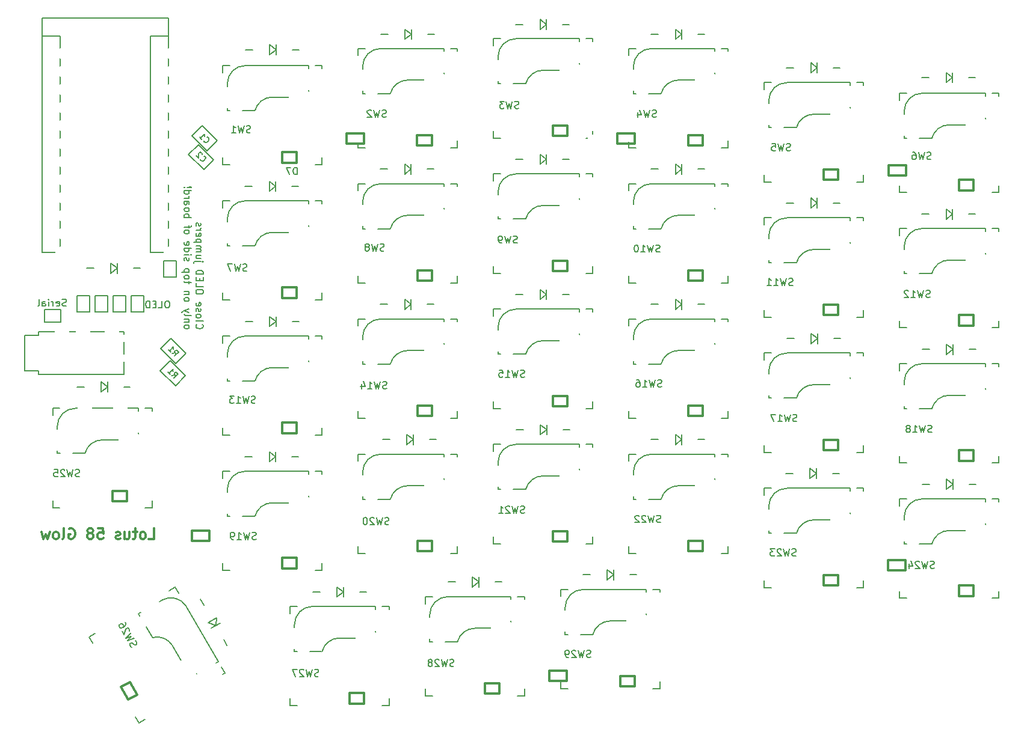
<source format=gbr>
G04 #@! TF.GenerationSoftware,KiCad,Pcbnew,(5.1.9)-1*
G04 #@! TF.CreationDate,2021-02-12T09:18:19+01:00*
G04 #@! TF.ProjectId,Lotus58_Glow,4c6f7475-7335-4385-9f47-6c6f772e6b69,0.95*
G04 #@! TF.SameCoordinates,Original*
G04 #@! TF.FileFunction,Legend,Bot*
G04 #@! TF.FilePolarity,Positive*
%FSLAX46Y46*%
G04 Gerber Fmt 4.6, Leading zero omitted, Abs format (unit mm)*
G04 Created by KiCad (PCBNEW (5.1.9)-1) date 2021-02-12 09:18:19*
%MOMM*%
%LPD*%
G01*
G04 APERTURE LIST*
%ADD10C,0.150000*%
%ADD11C,0.300000*%
%ADD12C,1.701800*%
%ADD13C,3.987800*%
%ADD14C,3.000000*%
%ADD15R,2.550000X2.500000*%
%ADD16R,1.600000X1.000000*%
%ADD17C,0.100000*%
%ADD18R,2.000000X2.000000*%
%ADD19C,2.000000*%
%ADD20R,1.998980X1.998980*%
%ADD21C,1.998980*%
%ADD22R,1.800000X1.500000*%
%ADD23C,1.200000*%
%ADD24R,2.100000X1.000000*%
%ADD25R,1.143000X0.635000*%
%ADD26R,0.635000X1.143000*%
%ADD27C,1.397000*%
%ADD28R,2.000000X1.000000*%
%ADD29C,1.524000*%
%ADD30O,1.700000X1.700000*%
%ADD31R,1.700000X1.700000*%
%ADD32C,2.700000*%
G04 APERTURE END LIST*
D10*
X99699580Y-76160380D02*
X99509104Y-76160380D01*
X99413866Y-76208000D01*
X99318628Y-76303238D01*
X99271009Y-76493714D01*
X99271009Y-76827047D01*
X99318628Y-77017523D01*
X99413866Y-77112761D01*
X99509104Y-77160380D01*
X99699580Y-77160380D01*
X99794819Y-77112761D01*
X99890057Y-77017523D01*
X99937676Y-76827047D01*
X99937676Y-76493714D01*
X99890057Y-76303238D01*
X99794819Y-76208000D01*
X99699580Y-76160380D01*
X98366247Y-77160380D02*
X98842438Y-77160380D01*
X98842438Y-76160380D01*
X98032914Y-76636571D02*
X97699580Y-76636571D01*
X97556723Y-77160380D02*
X98032914Y-77160380D01*
X98032914Y-76160380D01*
X97556723Y-76160380D01*
X97128152Y-77160380D02*
X97128152Y-76160380D01*
X96890057Y-76160380D01*
X96747200Y-76208000D01*
X96651961Y-76303238D01*
X96604342Y-76398476D01*
X96556723Y-76588952D01*
X96556723Y-76731809D01*
X96604342Y-76922285D01*
X96651961Y-77017523D01*
X96747200Y-77112761D01*
X96890057Y-77160380D01*
X97128152Y-77160380D01*
X85389790Y-76858761D02*
X85246933Y-76906380D01*
X85008838Y-76906380D01*
X84913600Y-76858761D01*
X84865980Y-76811142D01*
X84818361Y-76715904D01*
X84818361Y-76620666D01*
X84865980Y-76525428D01*
X84913600Y-76477809D01*
X85008838Y-76430190D01*
X85199314Y-76382571D01*
X85294552Y-76334952D01*
X85342171Y-76287333D01*
X85389790Y-76192095D01*
X85389790Y-76096857D01*
X85342171Y-76001619D01*
X85294552Y-75954000D01*
X85199314Y-75906380D01*
X84961219Y-75906380D01*
X84818361Y-75954000D01*
X84008838Y-76858761D02*
X84104076Y-76906380D01*
X84294552Y-76906380D01*
X84389790Y-76858761D01*
X84437409Y-76763523D01*
X84437409Y-76382571D01*
X84389790Y-76287333D01*
X84294552Y-76239714D01*
X84104076Y-76239714D01*
X84008838Y-76287333D01*
X83961219Y-76382571D01*
X83961219Y-76477809D01*
X84437409Y-76573047D01*
X83532647Y-76906380D02*
X83532647Y-76239714D01*
X83532647Y-76430190D02*
X83485028Y-76334952D01*
X83437409Y-76287333D01*
X83342171Y-76239714D01*
X83246933Y-76239714D01*
X82913600Y-76906380D02*
X82913600Y-76239714D01*
X82913600Y-75906380D02*
X82961219Y-75954000D01*
X82913600Y-76001619D01*
X82865980Y-75954000D01*
X82913600Y-75906380D01*
X82913600Y-76001619D01*
X82008838Y-76906380D02*
X82008838Y-76382571D01*
X82056457Y-76287333D01*
X82151695Y-76239714D01*
X82342171Y-76239714D01*
X82437409Y-76287333D01*
X82008838Y-76858761D02*
X82104076Y-76906380D01*
X82342171Y-76906380D01*
X82437409Y-76858761D01*
X82485028Y-76763523D01*
X82485028Y-76668285D01*
X82437409Y-76573047D01*
X82342171Y-76525428D01*
X82104076Y-76525428D01*
X82008838Y-76477809D01*
X81389790Y-76906380D02*
X81485028Y-76858761D01*
X81532647Y-76763523D01*
X81532647Y-75906380D01*
X103744257Y-79458576D02*
X103696638Y-79506195D01*
X103649019Y-79649052D01*
X103649019Y-79744290D01*
X103696638Y-79887147D01*
X103791876Y-79982385D01*
X103887114Y-80030004D01*
X104077590Y-80077623D01*
X104220447Y-80077623D01*
X104410923Y-80030004D01*
X104506161Y-79982385D01*
X104601400Y-79887147D01*
X104649019Y-79744290D01*
X104649019Y-79649052D01*
X104601400Y-79506195D01*
X104553780Y-79458576D01*
X103649019Y-78887147D02*
X103696638Y-78982385D01*
X103791876Y-79030004D01*
X104649019Y-79030004D01*
X103649019Y-78363338D02*
X103696638Y-78458576D01*
X103744257Y-78506195D01*
X103839495Y-78553814D01*
X104125209Y-78553814D01*
X104220447Y-78506195D01*
X104268066Y-78458576D01*
X104315685Y-78363338D01*
X104315685Y-78220480D01*
X104268066Y-78125242D01*
X104220447Y-78077623D01*
X104125209Y-78030004D01*
X103839495Y-78030004D01*
X103744257Y-78077623D01*
X103696638Y-78125242D01*
X103649019Y-78220480D01*
X103649019Y-78363338D01*
X103696638Y-77649052D02*
X103649019Y-77553814D01*
X103649019Y-77363338D01*
X103696638Y-77268100D01*
X103791876Y-77220480D01*
X103839495Y-77220480D01*
X103934733Y-77268100D01*
X103982352Y-77363338D01*
X103982352Y-77506195D01*
X104029971Y-77601433D01*
X104125209Y-77649052D01*
X104172828Y-77649052D01*
X104268066Y-77601433D01*
X104315685Y-77506195D01*
X104315685Y-77363338D01*
X104268066Y-77268100D01*
X103696638Y-76410957D02*
X103649019Y-76506195D01*
X103649019Y-76696671D01*
X103696638Y-76791909D01*
X103791876Y-76839528D01*
X104172828Y-76839528D01*
X104268066Y-76791909D01*
X104315685Y-76696671D01*
X104315685Y-76506195D01*
X104268066Y-76410957D01*
X104172828Y-76363338D01*
X104077590Y-76363338D01*
X103982352Y-76839528D01*
X104649019Y-74982385D02*
X104649019Y-74791909D01*
X104601400Y-74696671D01*
X104506161Y-74601433D01*
X104315685Y-74553814D01*
X103982352Y-74553814D01*
X103791876Y-74601433D01*
X103696638Y-74696671D01*
X103649019Y-74791909D01*
X103649019Y-74982385D01*
X103696638Y-75077623D01*
X103791876Y-75172861D01*
X103982352Y-75220480D01*
X104315685Y-75220480D01*
X104506161Y-75172861D01*
X104601400Y-75077623D01*
X104649019Y-74982385D01*
X103649019Y-73649052D02*
X103649019Y-74125242D01*
X104649019Y-74125242D01*
X104172828Y-73315719D02*
X104172828Y-72982385D01*
X103649019Y-72839528D02*
X103649019Y-73315719D01*
X104649019Y-73315719D01*
X104649019Y-72839528D01*
X103649019Y-72410957D02*
X104649019Y-72410957D01*
X104649019Y-72172861D01*
X104601400Y-72030004D01*
X104506161Y-71934766D01*
X104410923Y-71887147D01*
X104220447Y-71839528D01*
X104077590Y-71839528D01*
X103887114Y-71887147D01*
X103791876Y-71934766D01*
X103696638Y-72030004D01*
X103649019Y-72172861D01*
X103649019Y-72410957D01*
X104315685Y-70649052D02*
X103458542Y-70649052D01*
X103363304Y-70696671D01*
X103315685Y-70791909D01*
X103315685Y-70839528D01*
X104649019Y-70649052D02*
X104601400Y-70696671D01*
X104553780Y-70649052D01*
X104601400Y-70601433D01*
X104649019Y-70649052D01*
X104553780Y-70649052D01*
X104315685Y-69744290D02*
X103649019Y-69744290D01*
X104315685Y-70172861D02*
X103791876Y-70172861D01*
X103696638Y-70125242D01*
X103649019Y-70030004D01*
X103649019Y-69887147D01*
X103696638Y-69791909D01*
X103744257Y-69744290D01*
X103649019Y-69268100D02*
X104315685Y-69268100D01*
X104220447Y-69268100D02*
X104268066Y-69220480D01*
X104315685Y-69125242D01*
X104315685Y-68982385D01*
X104268066Y-68887147D01*
X104172828Y-68839528D01*
X103649019Y-68839528D01*
X104172828Y-68839528D02*
X104268066Y-68791909D01*
X104315685Y-68696671D01*
X104315685Y-68553814D01*
X104268066Y-68458576D01*
X104172828Y-68410957D01*
X103649019Y-68410957D01*
X104315685Y-67934766D02*
X103315685Y-67934766D01*
X104268066Y-67934766D02*
X104315685Y-67839528D01*
X104315685Y-67649052D01*
X104268066Y-67553814D01*
X104220447Y-67506195D01*
X104125209Y-67458576D01*
X103839495Y-67458576D01*
X103744257Y-67506195D01*
X103696638Y-67553814D01*
X103649019Y-67649052D01*
X103649019Y-67839528D01*
X103696638Y-67934766D01*
X103696638Y-66649052D02*
X103649019Y-66744290D01*
X103649019Y-66934766D01*
X103696638Y-67030004D01*
X103791876Y-67077623D01*
X104172828Y-67077623D01*
X104268066Y-67030004D01*
X104315685Y-66934766D01*
X104315685Y-66744290D01*
X104268066Y-66649052D01*
X104172828Y-66601433D01*
X104077590Y-66601433D01*
X103982352Y-67077623D01*
X103649019Y-66172861D02*
X104315685Y-66172861D01*
X104125209Y-66172861D02*
X104220447Y-66125242D01*
X104268066Y-66077623D01*
X104315685Y-65982385D01*
X104315685Y-65887147D01*
X103696638Y-65601433D02*
X103649019Y-65506195D01*
X103649019Y-65315719D01*
X103696638Y-65220480D01*
X103791876Y-65172861D01*
X103839495Y-65172861D01*
X103934733Y-65220480D01*
X103982352Y-65315719D01*
X103982352Y-65458576D01*
X104029971Y-65553814D01*
X104125209Y-65601433D01*
X104172828Y-65601433D01*
X104268066Y-65553814D01*
X104315685Y-65458576D01*
X104315685Y-65315719D01*
X104268066Y-65220480D01*
X101999019Y-79887147D02*
X102046638Y-79982385D01*
X102094257Y-80030004D01*
X102189495Y-80077623D01*
X102475209Y-80077623D01*
X102570447Y-80030004D01*
X102618066Y-79982385D01*
X102665685Y-79887147D01*
X102665685Y-79744290D01*
X102618066Y-79649052D01*
X102570447Y-79601433D01*
X102475209Y-79553814D01*
X102189495Y-79553814D01*
X102094257Y-79601433D01*
X102046638Y-79649052D01*
X101999019Y-79744290D01*
X101999019Y-79887147D01*
X102665685Y-79125242D02*
X101999019Y-79125242D01*
X102570447Y-79125242D02*
X102618066Y-79077623D01*
X102665685Y-78982385D01*
X102665685Y-78839528D01*
X102618066Y-78744290D01*
X102522828Y-78696671D01*
X101999019Y-78696671D01*
X101999019Y-78077623D02*
X102046638Y-78172861D01*
X102141876Y-78220480D01*
X102999019Y-78220480D01*
X102665685Y-77791909D02*
X101999019Y-77553814D01*
X102665685Y-77315719D02*
X101999019Y-77553814D01*
X101760923Y-77649052D01*
X101713304Y-77696671D01*
X101665685Y-77791909D01*
X101999019Y-76030004D02*
X102046638Y-76125242D01*
X102094257Y-76172861D01*
X102189495Y-76220480D01*
X102475209Y-76220480D01*
X102570447Y-76172861D01*
X102618066Y-76125242D01*
X102665685Y-76030004D01*
X102665685Y-75887147D01*
X102618066Y-75791909D01*
X102570447Y-75744290D01*
X102475209Y-75696671D01*
X102189495Y-75696671D01*
X102094257Y-75744290D01*
X102046638Y-75791909D01*
X101999019Y-75887147D01*
X101999019Y-76030004D01*
X102665685Y-75268100D02*
X101999019Y-75268100D01*
X102570447Y-75268100D02*
X102618066Y-75220480D01*
X102665685Y-75125242D01*
X102665685Y-74982385D01*
X102618066Y-74887147D01*
X102522828Y-74839528D01*
X101999019Y-74839528D01*
X102665685Y-73744290D02*
X102665685Y-73363338D01*
X102999019Y-73601433D02*
X102141876Y-73601433D01*
X102046638Y-73553814D01*
X101999019Y-73458576D01*
X101999019Y-73363338D01*
X101999019Y-72887147D02*
X102046638Y-72982385D01*
X102094257Y-73030004D01*
X102189495Y-73077623D01*
X102475209Y-73077623D01*
X102570447Y-73030004D01*
X102618066Y-72982385D01*
X102665685Y-72887147D01*
X102665685Y-72744290D01*
X102618066Y-72649052D01*
X102570447Y-72601433D01*
X102475209Y-72553814D01*
X102189495Y-72553814D01*
X102094257Y-72601433D01*
X102046638Y-72649052D01*
X101999019Y-72744290D01*
X101999019Y-72887147D01*
X102665685Y-72125242D02*
X101665685Y-72125242D01*
X102618066Y-72125242D02*
X102665685Y-72030004D01*
X102665685Y-71839528D01*
X102618066Y-71744290D01*
X102570447Y-71696671D01*
X102475209Y-71649052D01*
X102189495Y-71649052D01*
X102094257Y-71696671D01*
X102046638Y-71744290D01*
X101999019Y-71839528D01*
X101999019Y-72030004D01*
X102046638Y-72125242D01*
X102046638Y-70506195D02*
X101999019Y-70410957D01*
X101999019Y-70220480D01*
X102046638Y-70125242D01*
X102141876Y-70077623D01*
X102189495Y-70077623D01*
X102284733Y-70125242D01*
X102332352Y-70220480D01*
X102332352Y-70363338D01*
X102379971Y-70458576D01*
X102475209Y-70506195D01*
X102522828Y-70506195D01*
X102618066Y-70458576D01*
X102665685Y-70363338D01*
X102665685Y-70220480D01*
X102618066Y-70125242D01*
X101999019Y-69649052D02*
X102665685Y-69649052D01*
X102999019Y-69649052D02*
X102951400Y-69696671D01*
X102903780Y-69649052D01*
X102951400Y-69601433D01*
X102999019Y-69649052D01*
X102903780Y-69649052D01*
X101999019Y-68744290D02*
X102999019Y-68744290D01*
X102046638Y-68744290D02*
X101999019Y-68839528D01*
X101999019Y-69030004D01*
X102046638Y-69125242D01*
X102094257Y-69172861D01*
X102189495Y-69220480D01*
X102475209Y-69220480D01*
X102570447Y-69172861D01*
X102618066Y-69125242D01*
X102665685Y-69030004D01*
X102665685Y-68839528D01*
X102618066Y-68744290D01*
X102046638Y-67887147D02*
X101999019Y-67982385D01*
X101999019Y-68172861D01*
X102046638Y-68268100D01*
X102141876Y-68315719D01*
X102522828Y-68315719D01*
X102618066Y-68268100D01*
X102665685Y-68172861D01*
X102665685Y-67982385D01*
X102618066Y-67887147D01*
X102522828Y-67839528D01*
X102427590Y-67839528D01*
X102332352Y-68315719D01*
X101999019Y-66506195D02*
X102046638Y-66601433D01*
X102094257Y-66649052D01*
X102189495Y-66696671D01*
X102475209Y-66696671D01*
X102570447Y-66649052D01*
X102618066Y-66601433D01*
X102665685Y-66506195D01*
X102665685Y-66363338D01*
X102618066Y-66268100D01*
X102570447Y-66220480D01*
X102475209Y-66172861D01*
X102189495Y-66172861D01*
X102094257Y-66220480D01*
X102046638Y-66268100D01*
X101999019Y-66363338D01*
X101999019Y-66506195D01*
X102665685Y-65887147D02*
X102665685Y-65506195D01*
X101999019Y-65744290D02*
X102856161Y-65744290D01*
X102951400Y-65696671D01*
X102999019Y-65601433D01*
X102999019Y-65506195D01*
X101999019Y-64410957D02*
X102999019Y-64410957D01*
X102618066Y-64410957D02*
X102665685Y-64315719D01*
X102665685Y-64125242D01*
X102618066Y-64030004D01*
X102570447Y-63982385D01*
X102475209Y-63934766D01*
X102189495Y-63934766D01*
X102094257Y-63982385D01*
X102046638Y-64030004D01*
X101999019Y-64125242D01*
X101999019Y-64315719D01*
X102046638Y-64410957D01*
X101999019Y-63363338D02*
X102046638Y-63458576D01*
X102094257Y-63506195D01*
X102189495Y-63553814D01*
X102475209Y-63553814D01*
X102570447Y-63506195D01*
X102618066Y-63458576D01*
X102665685Y-63363338D01*
X102665685Y-63220480D01*
X102618066Y-63125242D01*
X102570447Y-63077623D01*
X102475209Y-63030004D01*
X102189495Y-63030004D01*
X102094257Y-63077623D01*
X102046638Y-63125242D01*
X101999019Y-63220480D01*
X101999019Y-63363338D01*
X101999019Y-62172861D02*
X102522828Y-62172861D01*
X102618066Y-62220480D01*
X102665685Y-62315719D01*
X102665685Y-62506195D01*
X102618066Y-62601433D01*
X102046638Y-62172861D02*
X101999019Y-62268100D01*
X101999019Y-62506195D01*
X102046638Y-62601433D01*
X102141876Y-62649052D01*
X102237114Y-62649052D01*
X102332352Y-62601433D01*
X102379971Y-62506195D01*
X102379971Y-62268100D01*
X102427590Y-62172861D01*
X101999019Y-61696671D02*
X102665685Y-61696671D01*
X102475209Y-61696671D02*
X102570447Y-61649052D01*
X102618066Y-61601433D01*
X102665685Y-61506195D01*
X102665685Y-61410957D01*
X101999019Y-60649052D02*
X102999019Y-60649052D01*
X102046638Y-60649052D02*
X101999019Y-60744290D01*
X101999019Y-60934766D01*
X102046638Y-61030004D01*
X102094257Y-61077623D01*
X102189495Y-61125242D01*
X102475209Y-61125242D01*
X102570447Y-61077623D01*
X102618066Y-61030004D01*
X102665685Y-60934766D01*
X102665685Y-60744290D01*
X102618066Y-60649052D01*
X102094257Y-60172861D02*
X102046638Y-60125242D01*
X101999019Y-60172861D01*
X102046638Y-60220480D01*
X102094257Y-60172861D01*
X101999019Y-60172861D01*
X102379971Y-60172861D02*
X102951400Y-60220480D01*
X102999019Y-60172861D01*
X102951400Y-60125242D01*
X102379971Y-60172861D01*
X102999019Y-60172861D01*
D11*
X96985042Y-109720771D02*
X97699328Y-109720771D01*
X97699328Y-108220771D01*
X96270757Y-109720771D02*
X96413614Y-109649342D01*
X96485042Y-109577914D01*
X96556471Y-109435057D01*
X96556471Y-109006485D01*
X96485042Y-108863628D01*
X96413614Y-108792200D01*
X96270757Y-108720771D01*
X96056471Y-108720771D01*
X95913614Y-108792200D01*
X95842185Y-108863628D01*
X95770757Y-109006485D01*
X95770757Y-109435057D01*
X95842185Y-109577914D01*
X95913614Y-109649342D01*
X96056471Y-109720771D01*
X96270757Y-109720771D01*
X95342185Y-108720771D02*
X94770757Y-108720771D01*
X95127900Y-108220771D02*
X95127900Y-109506485D01*
X95056471Y-109649342D01*
X94913614Y-109720771D01*
X94770757Y-109720771D01*
X93627900Y-108720771D02*
X93627900Y-109720771D01*
X94270757Y-108720771D02*
X94270757Y-109506485D01*
X94199328Y-109649342D01*
X94056471Y-109720771D01*
X93842185Y-109720771D01*
X93699328Y-109649342D01*
X93627900Y-109577914D01*
X92985042Y-109649342D02*
X92842185Y-109720771D01*
X92556471Y-109720771D01*
X92413614Y-109649342D01*
X92342185Y-109506485D01*
X92342185Y-109435057D01*
X92413614Y-109292200D01*
X92556471Y-109220771D01*
X92770757Y-109220771D01*
X92913614Y-109149342D01*
X92985042Y-109006485D01*
X92985042Y-108935057D01*
X92913614Y-108792200D01*
X92770757Y-108720771D01*
X92556471Y-108720771D01*
X92413614Y-108792200D01*
X89842185Y-108220771D02*
X90556471Y-108220771D01*
X90627900Y-108935057D01*
X90556471Y-108863628D01*
X90413614Y-108792200D01*
X90056471Y-108792200D01*
X89913614Y-108863628D01*
X89842185Y-108935057D01*
X89770757Y-109077914D01*
X89770757Y-109435057D01*
X89842185Y-109577914D01*
X89913614Y-109649342D01*
X90056471Y-109720771D01*
X90413614Y-109720771D01*
X90556471Y-109649342D01*
X90627900Y-109577914D01*
X88913614Y-108863628D02*
X89056471Y-108792200D01*
X89127900Y-108720771D01*
X89199328Y-108577914D01*
X89199328Y-108506485D01*
X89127900Y-108363628D01*
X89056471Y-108292200D01*
X88913614Y-108220771D01*
X88627900Y-108220771D01*
X88485042Y-108292200D01*
X88413614Y-108363628D01*
X88342185Y-108506485D01*
X88342185Y-108577914D01*
X88413614Y-108720771D01*
X88485042Y-108792200D01*
X88627900Y-108863628D01*
X88913614Y-108863628D01*
X89056471Y-108935057D01*
X89127900Y-109006485D01*
X89199328Y-109149342D01*
X89199328Y-109435057D01*
X89127900Y-109577914D01*
X89056471Y-109649342D01*
X88913614Y-109720771D01*
X88627900Y-109720771D01*
X88485042Y-109649342D01*
X88413614Y-109577914D01*
X88342185Y-109435057D01*
X88342185Y-109149342D01*
X88413614Y-109006485D01*
X88485042Y-108935057D01*
X88627900Y-108863628D01*
X85770757Y-108292200D02*
X85913614Y-108220771D01*
X86127900Y-108220771D01*
X86342185Y-108292200D01*
X86485042Y-108435057D01*
X86556471Y-108577914D01*
X86627900Y-108863628D01*
X86627900Y-109077914D01*
X86556471Y-109363628D01*
X86485042Y-109506485D01*
X86342185Y-109649342D01*
X86127900Y-109720771D01*
X85985042Y-109720771D01*
X85770757Y-109649342D01*
X85699328Y-109577914D01*
X85699328Y-109077914D01*
X85985042Y-109077914D01*
X84842185Y-109720771D02*
X84985042Y-109649342D01*
X85056471Y-109506485D01*
X85056471Y-108220771D01*
X84056471Y-109720771D02*
X84199328Y-109649342D01*
X84270757Y-109577914D01*
X84342185Y-109435057D01*
X84342185Y-109006485D01*
X84270757Y-108863628D01*
X84199328Y-108792200D01*
X84056471Y-108720771D01*
X83842185Y-108720771D01*
X83699328Y-108792200D01*
X83627900Y-108863628D01*
X83556471Y-109006485D01*
X83556471Y-109435057D01*
X83627900Y-109577914D01*
X83699328Y-109649342D01*
X83842185Y-109720771D01*
X84056471Y-109720771D01*
X83056471Y-108720771D02*
X82770757Y-109720771D01*
X82485042Y-109006485D01*
X82199328Y-109720771D01*
X81913614Y-108720771D01*
D10*
X176630000Y-40615000D02*
X167740000Y-40615000D01*
X176630000Y-40996000D02*
X176630000Y-40615000D01*
X176630000Y-45060000D02*
X176630000Y-44044000D01*
X171550000Y-45060000D02*
X176630000Y-45060000D01*
X167359000Y-46965000D02*
X169010000Y-46965000D01*
X165200000Y-46965000D02*
X165581000Y-46965000D01*
X165200000Y-46584000D02*
X165200000Y-46965000D01*
X165200000Y-43155000D02*
X165200000Y-43536000D01*
X164550000Y-41600000D02*
X164550000Y-40600000D01*
X177550000Y-40600000D02*
X178550000Y-40600000D01*
X178550000Y-54600000D02*
X177550000Y-54600000D01*
X178550000Y-53600000D02*
X178550000Y-54600000D01*
X165550000Y-54600000D02*
X164550000Y-54600000D01*
X178550000Y-40600000D02*
X178550000Y-40996000D01*
X164550000Y-54600000D02*
X164550000Y-53600000D01*
X164550000Y-40600000D02*
X165550000Y-40600000D01*
X169088732Y-46972497D02*
G75*
G02*
X171550000Y-45060000I2461268J-627503D01*
G01*
X165200000Y-43155000D02*
G75*
G02*
X167740000Y-40615000I2540000J0D01*
G01*
D11*
X136820000Y-52830000D02*
X134770000Y-52830000D01*
X136820000Y-54280000D02*
X136820000Y-52830000D01*
X134770000Y-54280000D02*
X136820000Y-54280000D01*
X134770000Y-52830000D02*
X134770000Y-54280000D01*
X165380000Y-129030000D02*
X165380000Y-130480000D01*
X165380000Y-130480000D02*
X163330000Y-130480000D01*
X163330000Y-130480000D02*
X163330000Y-129030000D01*
X163330000Y-129030000D02*
X165380000Y-129030000D01*
X146327700Y-130058300D02*
X146327700Y-131508300D01*
X146327700Y-131508300D02*
X144277700Y-131508300D01*
X144277700Y-131508300D02*
X144277700Y-130058300D01*
X144277700Y-130058300D02*
X146327700Y-130058300D01*
X127280000Y-131430000D02*
X127280000Y-132880000D01*
X127280000Y-132880000D02*
X125230000Y-132880000D01*
X125230000Y-132880000D02*
X125230000Y-131430000D01*
X125230000Y-131430000D02*
X127280000Y-131430000D01*
X95356687Y-131632966D02*
X94100950Y-132357966D01*
X94100950Y-132357966D02*
X93075950Y-130582614D01*
X93075950Y-130582614D02*
X94331687Y-129857614D01*
X94331687Y-129857614D02*
X95356687Y-131632966D01*
X93904800Y-102956500D02*
X93904800Y-104406500D01*
X93904800Y-104406500D02*
X91854800Y-104406500D01*
X91854800Y-104406500D02*
X91854800Y-102956500D01*
X91854800Y-102956500D02*
X93904800Y-102956500D01*
X213080000Y-116280000D02*
X213080000Y-117730000D01*
X213080000Y-117730000D02*
X211030000Y-117730000D01*
X211030000Y-117730000D02*
X211030000Y-116280000D01*
X211030000Y-116280000D02*
X213080000Y-116280000D01*
X194030000Y-114780000D02*
X194030000Y-116230000D01*
X194030000Y-116230000D02*
X191980000Y-116230000D01*
X191980000Y-116230000D02*
X191980000Y-114780000D01*
X191980000Y-114780000D02*
X194030000Y-114780000D01*
X174980000Y-109980000D02*
X174980000Y-111430000D01*
X174980000Y-111430000D02*
X172930000Y-111430000D01*
X172930000Y-111430000D02*
X172930000Y-109980000D01*
X172930000Y-109980000D02*
X174980000Y-109980000D01*
X155930000Y-108590000D02*
X155930000Y-110040000D01*
X155930000Y-110040000D02*
X153880000Y-110040000D01*
X153880000Y-110040000D02*
X153880000Y-108590000D01*
X153880000Y-108590000D02*
X155930000Y-108590000D01*
X136880000Y-109980000D02*
X136880000Y-111430000D01*
X136880000Y-111430000D02*
X134830000Y-111430000D01*
X134830000Y-111430000D02*
X134830000Y-109980000D01*
X134830000Y-109980000D02*
X136880000Y-109980000D01*
X117830000Y-112380000D02*
X117830000Y-113830000D01*
X117830000Y-113830000D02*
X115780000Y-113830000D01*
X115780000Y-113830000D02*
X115780000Y-112380000D01*
X115780000Y-112380000D02*
X117830000Y-112380000D01*
X213080000Y-97230000D02*
X213080000Y-98680000D01*
X213080000Y-98680000D02*
X211030000Y-98680000D01*
X211030000Y-98680000D02*
X211030000Y-97230000D01*
X211030000Y-97230000D02*
X213080000Y-97230000D01*
X194030000Y-95730000D02*
X194030000Y-97180000D01*
X194030000Y-97180000D02*
X191980000Y-97180000D01*
X191980000Y-97180000D02*
X191980000Y-95730000D01*
X191980000Y-95730000D02*
X194030000Y-95730000D01*
X174980000Y-90930000D02*
X174980000Y-92380000D01*
X174980000Y-92380000D02*
X172930000Y-92380000D01*
X172930000Y-92380000D02*
X172930000Y-90930000D01*
X172930000Y-90930000D02*
X174980000Y-90930000D01*
X155930000Y-89540000D02*
X155930000Y-90990000D01*
X155930000Y-90990000D02*
X153880000Y-90990000D01*
X153880000Y-90990000D02*
X153880000Y-89540000D01*
X153880000Y-89540000D02*
X155930000Y-89540000D01*
X136880000Y-90930000D02*
X136880000Y-92380000D01*
X136880000Y-92380000D02*
X134830000Y-92380000D01*
X134830000Y-92380000D02*
X134830000Y-90930000D01*
X134830000Y-90930000D02*
X136880000Y-90930000D01*
X117830000Y-93330000D02*
X117830000Y-94780000D01*
X117830000Y-94780000D02*
X115780000Y-94780000D01*
X115780000Y-94780000D02*
X115780000Y-93330000D01*
X115780000Y-93330000D02*
X117830000Y-93330000D01*
X213080000Y-78180000D02*
X213080000Y-79630000D01*
X213080000Y-79630000D02*
X211030000Y-79630000D01*
X211030000Y-79630000D02*
X211030000Y-78180000D01*
X211030000Y-78180000D02*
X213080000Y-78180000D01*
X194030000Y-76680000D02*
X194030000Y-78130000D01*
X194030000Y-78130000D02*
X191980000Y-78130000D01*
X191980000Y-78130000D02*
X191980000Y-76680000D01*
X191980000Y-76680000D02*
X194030000Y-76680000D01*
X174980000Y-71880000D02*
X174980000Y-73330000D01*
X174980000Y-73330000D02*
X172930000Y-73330000D01*
X172930000Y-73330000D02*
X172930000Y-71880000D01*
X172930000Y-71880000D02*
X174980000Y-71880000D01*
X155930000Y-70490000D02*
X155930000Y-71940000D01*
X155930000Y-71940000D02*
X153880000Y-71940000D01*
X153880000Y-71940000D02*
X153880000Y-70490000D01*
X153880000Y-70490000D02*
X155930000Y-70490000D01*
X136880000Y-71880000D02*
X136880000Y-73330000D01*
X136880000Y-73330000D02*
X134830000Y-73330000D01*
X134830000Y-73330000D02*
X134830000Y-71880000D01*
X134830000Y-71880000D02*
X136880000Y-71880000D01*
X117830000Y-74280000D02*
X117830000Y-75730000D01*
X117830000Y-75730000D02*
X115780000Y-75730000D01*
X115780000Y-75730000D02*
X115780000Y-74280000D01*
X115780000Y-74280000D02*
X117830000Y-74280000D01*
X213080000Y-59130000D02*
X213080000Y-60580000D01*
X213080000Y-60580000D02*
X211030000Y-60580000D01*
X211030000Y-60580000D02*
X211030000Y-59130000D01*
X211030000Y-59130000D02*
X213080000Y-59130000D01*
X194030000Y-57630000D02*
X194030000Y-59080000D01*
X194030000Y-59080000D02*
X191980000Y-59080000D01*
X191980000Y-59080000D02*
X191980000Y-57630000D01*
X191980000Y-57630000D02*
X194030000Y-57630000D01*
X174980000Y-52830000D02*
X174980000Y-54280000D01*
X174980000Y-54280000D02*
X172930000Y-54280000D01*
X172930000Y-54280000D02*
X172930000Y-52830000D01*
X172930000Y-52830000D02*
X174980000Y-52830000D01*
X155930000Y-51440000D02*
X155930000Y-52890000D01*
X155930000Y-52890000D02*
X153880000Y-52890000D01*
X153880000Y-52890000D02*
X153880000Y-51440000D01*
X153880000Y-51440000D02*
X155930000Y-51440000D01*
X117830000Y-55230000D02*
X117830000Y-56680000D01*
X117830000Y-56680000D02*
X115780000Y-56680000D01*
X115780000Y-56680000D02*
X115780000Y-55230000D01*
X115780000Y-55230000D02*
X117830000Y-55230000D01*
D10*
X167030000Y-116815000D02*
X158140000Y-116815000D01*
X167030000Y-117196000D02*
X167030000Y-116815000D01*
X167030000Y-121260000D02*
X167030000Y-120244000D01*
X161950000Y-121260000D02*
X167030000Y-121260000D01*
X157759000Y-123165000D02*
X159410000Y-123165000D01*
X155600000Y-123165000D02*
X155981000Y-123165000D01*
X155600000Y-122784000D02*
X155600000Y-123165000D01*
X155600000Y-119355000D02*
X155600000Y-119736000D01*
X154950000Y-117800000D02*
X154950000Y-116800000D01*
X167950000Y-116800000D02*
X168950000Y-116800000D01*
X168950000Y-130800000D02*
X167950000Y-130800000D01*
X168950000Y-129800000D02*
X168950000Y-130800000D01*
X155950000Y-130800000D02*
X154950000Y-130800000D01*
X168950000Y-116800000D02*
X168950000Y-117196000D01*
X154950000Y-130800000D02*
X154950000Y-129800000D01*
X154950000Y-116800000D02*
X155950000Y-116800000D01*
X159488732Y-123172497D02*
G75*
G02*
X161950000Y-121260000I2461268J-627503D01*
G01*
X155600000Y-119355000D02*
G75*
G02*
X158140000Y-116815000I2540000J0D01*
G01*
X147977700Y-117843300D02*
X139087700Y-117843300D01*
X147977700Y-118224300D02*
X147977700Y-117843300D01*
X147977700Y-122288300D02*
X147977700Y-121272300D01*
X142897700Y-122288300D02*
X147977700Y-122288300D01*
X138706700Y-124193300D02*
X140357700Y-124193300D01*
X136547700Y-124193300D02*
X136928700Y-124193300D01*
X136547700Y-123812300D02*
X136547700Y-124193300D01*
X136547700Y-120383300D02*
X136547700Y-120764300D01*
X135897700Y-118828300D02*
X135897700Y-117828300D01*
X148897700Y-117828300D02*
X149897700Y-117828300D01*
X149897700Y-131828300D02*
X148897700Y-131828300D01*
X149897700Y-130828300D02*
X149897700Y-131828300D01*
X136897700Y-131828300D02*
X135897700Y-131828300D01*
X149897700Y-117828300D02*
X149897700Y-118224300D01*
X135897700Y-131828300D02*
X135897700Y-130828300D01*
X135897700Y-117828300D02*
X136897700Y-117828300D01*
X140436432Y-124200797D02*
G75*
G02*
X142897700Y-122288300I2461268J-627503D01*
G01*
X136547700Y-120383300D02*
G75*
G02*
X139087700Y-117843300I2540000J0D01*
G01*
X128930000Y-119215000D02*
X120040000Y-119215000D01*
X128930000Y-119596000D02*
X128930000Y-119215000D01*
X128930000Y-123660000D02*
X128930000Y-122644000D01*
X123850000Y-123660000D02*
X128930000Y-123660000D01*
X119659000Y-125565000D02*
X121310000Y-125565000D01*
X117500000Y-125565000D02*
X117881000Y-125565000D01*
X117500000Y-125184000D02*
X117500000Y-125565000D01*
X117500000Y-121755000D02*
X117500000Y-122136000D01*
X116850000Y-120200000D02*
X116850000Y-119200000D01*
X129850000Y-119200000D02*
X130850000Y-119200000D01*
X130850000Y-133200000D02*
X129850000Y-133200000D01*
X130850000Y-132200000D02*
X130850000Y-133200000D01*
X117850000Y-133200000D02*
X116850000Y-133200000D01*
X130850000Y-119200000D02*
X130850000Y-119596000D01*
X116850000Y-133200000D02*
X116850000Y-132200000D01*
X116850000Y-119200000D02*
X117850000Y-119200000D01*
X121388732Y-125572497D02*
G75*
G02*
X123850000Y-123660000I2461268J-627503D01*
G01*
X117500000Y-121755000D02*
G75*
G02*
X120040000Y-119215000I2540000J0D01*
G01*
X106760187Y-126954409D02*
X102315187Y-119255443D01*
X106430232Y-127144909D02*
X106760187Y-126954409D01*
X102910705Y-129176909D02*
X103790586Y-128668909D01*
X100370705Y-124777500D02*
X102910705Y-129176909D01*
X96625426Y-122100488D02*
X97450926Y-123530295D01*
X95545926Y-120230739D02*
X95736426Y-120560694D01*
X95875882Y-120040239D02*
X95545926Y-120230739D01*
X98845483Y-118325739D02*
X98515527Y-118516239D01*
X99867152Y-116985322D02*
X100733178Y-116485322D01*
X107233178Y-127743652D02*
X107733178Y-128609678D01*
X95608822Y-135609678D02*
X95108822Y-134743652D01*
X96474848Y-135109678D02*
X95608822Y-135609678D01*
X89108822Y-124351348D02*
X88608822Y-123485322D01*
X107733178Y-128609678D02*
X107390232Y-128807678D01*
X88608822Y-123485322D02*
X89474848Y-122985322D01*
X100733178Y-116485322D02*
X101233178Y-117351348D01*
X97483799Y-123602228D02*
G75*
G02*
X100370705Y-124777500I687201J-2445272D01*
G01*
X98845483Y-118325739D02*
G75*
G02*
X102315187Y-119255443I1270000J-2199704D01*
G01*
X95554800Y-91300300D02*
X86664800Y-91300300D01*
X95554800Y-91681300D02*
X95554800Y-91300300D01*
X95554800Y-95745300D02*
X95554800Y-94729300D01*
X90474800Y-95745300D02*
X95554800Y-95745300D01*
X86283800Y-97650300D02*
X87934800Y-97650300D01*
X84124800Y-97650300D02*
X84505800Y-97650300D01*
X84124800Y-97269300D02*
X84124800Y-97650300D01*
X84124800Y-93840300D02*
X84124800Y-94221300D01*
X83474800Y-92285300D02*
X83474800Y-91285300D01*
X96474800Y-91285300D02*
X97474800Y-91285300D01*
X97474800Y-105285300D02*
X96474800Y-105285300D01*
X97474800Y-104285300D02*
X97474800Y-105285300D01*
X84474800Y-105285300D02*
X83474800Y-105285300D01*
X97474800Y-91285300D02*
X97474800Y-91681300D01*
X83474800Y-105285300D02*
X83474800Y-104285300D01*
X83474800Y-91285300D02*
X84474800Y-91285300D01*
X88013532Y-97657797D02*
G75*
G02*
X90474800Y-95745300I2461268J-627503D01*
G01*
X84124800Y-93840300D02*
G75*
G02*
X86664800Y-91300300I2540000J0D01*
G01*
X214730000Y-104065000D02*
X205840000Y-104065000D01*
X214730000Y-104446000D02*
X214730000Y-104065000D01*
X214730000Y-108510000D02*
X214730000Y-107494000D01*
X209650000Y-108510000D02*
X214730000Y-108510000D01*
X205459000Y-110415000D02*
X207110000Y-110415000D01*
X203300000Y-110415000D02*
X203681000Y-110415000D01*
X203300000Y-110034000D02*
X203300000Y-110415000D01*
X203300000Y-106605000D02*
X203300000Y-106986000D01*
X202650000Y-105050000D02*
X202650000Y-104050000D01*
X215650000Y-104050000D02*
X216650000Y-104050000D01*
X216650000Y-118050000D02*
X215650000Y-118050000D01*
X216650000Y-117050000D02*
X216650000Y-118050000D01*
X203650000Y-118050000D02*
X202650000Y-118050000D01*
X216650000Y-104050000D02*
X216650000Y-104446000D01*
X202650000Y-118050000D02*
X202650000Y-117050000D01*
X202650000Y-104050000D02*
X203650000Y-104050000D01*
X207188732Y-110422497D02*
G75*
G02*
X209650000Y-108510000I2461268J-627503D01*
G01*
X203300000Y-106605000D02*
G75*
G02*
X205840000Y-104065000I2540000J0D01*
G01*
X195680000Y-102565000D02*
X186790000Y-102565000D01*
X195680000Y-102946000D02*
X195680000Y-102565000D01*
X195680000Y-107010000D02*
X195680000Y-105994000D01*
X190600000Y-107010000D02*
X195680000Y-107010000D01*
X186409000Y-108915000D02*
X188060000Y-108915000D01*
X184250000Y-108915000D02*
X184631000Y-108915000D01*
X184250000Y-108534000D02*
X184250000Y-108915000D01*
X184250000Y-105105000D02*
X184250000Y-105486000D01*
X183600000Y-103550000D02*
X183600000Y-102550000D01*
X196600000Y-102550000D02*
X197600000Y-102550000D01*
X197600000Y-116550000D02*
X196600000Y-116550000D01*
X197600000Y-115550000D02*
X197600000Y-116550000D01*
X184600000Y-116550000D02*
X183600000Y-116550000D01*
X197600000Y-102550000D02*
X197600000Y-102946000D01*
X183600000Y-116550000D02*
X183600000Y-115550000D01*
X183600000Y-102550000D02*
X184600000Y-102550000D01*
X188138732Y-108922497D02*
G75*
G02*
X190600000Y-107010000I2461268J-627503D01*
G01*
X184250000Y-105105000D02*
G75*
G02*
X186790000Y-102565000I2540000J0D01*
G01*
X176630000Y-97765000D02*
X167740000Y-97765000D01*
X176630000Y-98146000D02*
X176630000Y-97765000D01*
X176630000Y-102210000D02*
X176630000Y-101194000D01*
X171550000Y-102210000D02*
X176630000Y-102210000D01*
X167359000Y-104115000D02*
X169010000Y-104115000D01*
X165200000Y-104115000D02*
X165581000Y-104115000D01*
X165200000Y-103734000D02*
X165200000Y-104115000D01*
X165200000Y-100305000D02*
X165200000Y-100686000D01*
X164550000Y-98750000D02*
X164550000Y-97750000D01*
X177550000Y-97750000D02*
X178550000Y-97750000D01*
X178550000Y-111750000D02*
X177550000Y-111750000D01*
X178550000Y-110750000D02*
X178550000Y-111750000D01*
X165550000Y-111750000D02*
X164550000Y-111750000D01*
X178550000Y-97750000D02*
X178550000Y-98146000D01*
X164550000Y-111750000D02*
X164550000Y-110750000D01*
X164550000Y-97750000D02*
X165550000Y-97750000D01*
X169088732Y-104122497D02*
G75*
G02*
X171550000Y-102210000I2461268J-627503D01*
G01*
X165200000Y-100305000D02*
G75*
G02*
X167740000Y-97765000I2540000J0D01*
G01*
X157580000Y-96375000D02*
X148690000Y-96375000D01*
X157580000Y-96756000D02*
X157580000Y-96375000D01*
X157580000Y-100820000D02*
X157580000Y-99804000D01*
X152500000Y-100820000D02*
X157580000Y-100820000D01*
X148309000Y-102725000D02*
X149960000Y-102725000D01*
X146150000Y-102725000D02*
X146531000Y-102725000D01*
X146150000Y-102344000D02*
X146150000Y-102725000D01*
X146150000Y-98915000D02*
X146150000Y-99296000D01*
X145500000Y-97360000D02*
X145500000Y-96360000D01*
X158500000Y-96360000D02*
X159500000Y-96360000D01*
X159500000Y-110360000D02*
X158500000Y-110360000D01*
X159500000Y-109360000D02*
X159500000Y-110360000D01*
X146500000Y-110360000D02*
X145500000Y-110360000D01*
X159500000Y-96360000D02*
X159500000Y-96756000D01*
X145500000Y-110360000D02*
X145500000Y-109360000D01*
X145500000Y-96360000D02*
X146500000Y-96360000D01*
X150038732Y-102732497D02*
G75*
G02*
X152500000Y-100820000I2461268J-627503D01*
G01*
X146150000Y-98915000D02*
G75*
G02*
X148690000Y-96375000I2540000J0D01*
G01*
X138530000Y-97765000D02*
X129640000Y-97765000D01*
X138530000Y-98146000D02*
X138530000Y-97765000D01*
X138530000Y-102210000D02*
X138530000Y-101194000D01*
X133450000Y-102210000D02*
X138530000Y-102210000D01*
X129259000Y-104115000D02*
X130910000Y-104115000D01*
X127100000Y-104115000D02*
X127481000Y-104115000D01*
X127100000Y-103734000D02*
X127100000Y-104115000D01*
X127100000Y-100305000D02*
X127100000Y-100686000D01*
X126450000Y-98750000D02*
X126450000Y-97750000D01*
X139450000Y-97750000D02*
X140450000Y-97750000D01*
X140450000Y-111750000D02*
X139450000Y-111750000D01*
X140450000Y-110750000D02*
X140450000Y-111750000D01*
X127450000Y-111750000D02*
X126450000Y-111750000D01*
X140450000Y-97750000D02*
X140450000Y-98146000D01*
X126450000Y-111750000D02*
X126450000Y-110750000D01*
X126450000Y-97750000D02*
X127450000Y-97750000D01*
X130988732Y-104122497D02*
G75*
G02*
X133450000Y-102210000I2461268J-627503D01*
G01*
X127100000Y-100305000D02*
G75*
G02*
X129640000Y-97765000I2540000J0D01*
G01*
X119480000Y-100165000D02*
X110590000Y-100165000D01*
X119480000Y-100546000D02*
X119480000Y-100165000D01*
X119480000Y-104610000D02*
X119480000Y-103594000D01*
X114400000Y-104610000D02*
X119480000Y-104610000D01*
X110209000Y-106515000D02*
X111860000Y-106515000D01*
X108050000Y-106515000D02*
X108431000Y-106515000D01*
X108050000Y-106134000D02*
X108050000Y-106515000D01*
X108050000Y-102705000D02*
X108050000Y-103086000D01*
X107400000Y-101150000D02*
X107400000Y-100150000D01*
X120400000Y-100150000D02*
X121400000Y-100150000D01*
X121400000Y-114150000D02*
X120400000Y-114150000D01*
X121400000Y-113150000D02*
X121400000Y-114150000D01*
X108400000Y-114150000D02*
X107400000Y-114150000D01*
X121400000Y-100150000D02*
X121400000Y-100546000D01*
X107400000Y-114150000D02*
X107400000Y-113150000D01*
X107400000Y-100150000D02*
X108400000Y-100150000D01*
X111938732Y-106522497D02*
G75*
G02*
X114400000Y-104610000I2461268J-627503D01*
G01*
X108050000Y-102705000D02*
G75*
G02*
X110590000Y-100165000I2540000J0D01*
G01*
X214730000Y-85015000D02*
X205840000Y-85015000D01*
X214730000Y-85396000D02*
X214730000Y-85015000D01*
X214730000Y-89460000D02*
X214730000Y-88444000D01*
X209650000Y-89460000D02*
X214730000Y-89460000D01*
X205459000Y-91365000D02*
X207110000Y-91365000D01*
X203300000Y-91365000D02*
X203681000Y-91365000D01*
X203300000Y-90984000D02*
X203300000Y-91365000D01*
X203300000Y-87555000D02*
X203300000Y-87936000D01*
X202650000Y-86000000D02*
X202650000Y-85000000D01*
X215650000Y-85000000D02*
X216650000Y-85000000D01*
X216650000Y-99000000D02*
X215650000Y-99000000D01*
X216650000Y-98000000D02*
X216650000Y-99000000D01*
X203650000Y-99000000D02*
X202650000Y-99000000D01*
X216650000Y-85000000D02*
X216650000Y-85396000D01*
X202650000Y-99000000D02*
X202650000Y-98000000D01*
X202650000Y-85000000D02*
X203650000Y-85000000D01*
X207188732Y-91372497D02*
G75*
G02*
X209650000Y-89460000I2461268J-627503D01*
G01*
X203300000Y-87555000D02*
G75*
G02*
X205840000Y-85015000I2540000J0D01*
G01*
X195680000Y-83515000D02*
X186790000Y-83515000D01*
X195680000Y-83896000D02*
X195680000Y-83515000D01*
X195680000Y-87960000D02*
X195680000Y-86944000D01*
X190600000Y-87960000D02*
X195680000Y-87960000D01*
X186409000Y-89865000D02*
X188060000Y-89865000D01*
X184250000Y-89865000D02*
X184631000Y-89865000D01*
X184250000Y-89484000D02*
X184250000Y-89865000D01*
X184250000Y-86055000D02*
X184250000Y-86436000D01*
X183600000Y-84500000D02*
X183600000Y-83500000D01*
X196600000Y-83500000D02*
X197600000Y-83500000D01*
X197600000Y-97500000D02*
X196600000Y-97500000D01*
X197600000Y-96500000D02*
X197600000Y-97500000D01*
X184600000Y-97500000D02*
X183600000Y-97500000D01*
X197600000Y-83500000D02*
X197600000Y-83896000D01*
X183600000Y-97500000D02*
X183600000Y-96500000D01*
X183600000Y-83500000D02*
X184600000Y-83500000D01*
X188138732Y-89872497D02*
G75*
G02*
X190600000Y-87960000I2461268J-627503D01*
G01*
X184250000Y-86055000D02*
G75*
G02*
X186790000Y-83515000I2540000J0D01*
G01*
X176630000Y-78715000D02*
X167740000Y-78715000D01*
X176630000Y-79096000D02*
X176630000Y-78715000D01*
X176630000Y-83160000D02*
X176630000Y-82144000D01*
X171550000Y-83160000D02*
X176630000Y-83160000D01*
X167359000Y-85065000D02*
X169010000Y-85065000D01*
X165200000Y-85065000D02*
X165581000Y-85065000D01*
X165200000Y-84684000D02*
X165200000Y-85065000D01*
X165200000Y-81255000D02*
X165200000Y-81636000D01*
X164550000Y-79700000D02*
X164550000Y-78700000D01*
X177550000Y-78700000D02*
X178550000Y-78700000D01*
X178550000Y-92700000D02*
X177550000Y-92700000D01*
X178550000Y-91700000D02*
X178550000Y-92700000D01*
X165550000Y-92700000D02*
X164550000Y-92700000D01*
X178550000Y-78700000D02*
X178550000Y-79096000D01*
X164550000Y-92700000D02*
X164550000Y-91700000D01*
X164550000Y-78700000D02*
X165550000Y-78700000D01*
X169088732Y-85072497D02*
G75*
G02*
X171550000Y-83160000I2461268J-627503D01*
G01*
X165200000Y-81255000D02*
G75*
G02*
X167740000Y-78715000I2540000J0D01*
G01*
X157580000Y-77325000D02*
X148690000Y-77325000D01*
X157580000Y-77706000D02*
X157580000Y-77325000D01*
X157580000Y-81770000D02*
X157580000Y-80754000D01*
X152500000Y-81770000D02*
X157580000Y-81770000D01*
X148309000Y-83675000D02*
X149960000Y-83675000D01*
X146150000Y-83675000D02*
X146531000Y-83675000D01*
X146150000Y-83294000D02*
X146150000Y-83675000D01*
X146150000Y-79865000D02*
X146150000Y-80246000D01*
X145500000Y-78310000D02*
X145500000Y-77310000D01*
X158500000Y-77310000D02*
X159500000Y-77310000D01*
X159500000Y-91310000D02*
X158500000Y-91310000D01*
X159500000Y-90310000D02*
X159500000Y-91310000D01*
X146500000Y-91310000D02*
X145500000Y-91310000D01*
X159500000Y-77310000D02*
X159500000Y-77706000D01*
X145500000Y-91310000D02*
X145500000Y-90310000D01*
X145500000Y-77310000D02*
X146500000Y-77310000D01*
X150038732Y-83682497D02*
G75*
G02*
X152500000Y-81770000I2461268J-627503D01*
G01*
X146150000Y-79865000D02*
G75*
G02*
X148690000Y-77325000I2540000J0D01*
G01*
X138530000Y-78715000D02*
X129640000Y-78715000D01*
X138530000Y-79096000D02*
X138530000Y-78715000D01*
X138530000Y-83160000D02*
X138530000Y-82144000D01*
X133450000Y-83160000D02*
X138530000Y-83160000D01*
X129259000Y-85065000D02*
X130910000Y-85065000D01*
X127100000Y-85065000D02*
X127481000Y-85065000D01*
X127100000Y-84684000D02*
X127100000Y-85065000D01*
X127100000Y-81255000D02*
X127100000Y-81636000D01*
X126450000Y-79700000D02*
X126450000Y-78700000D01*
X139450000Y-78700000D02*
X140450000Y-78700000D01*
X140450000Y-92700000D02*
X139450000Y-92700000D01*
X140450000Y-91700000D02*
X140450000Y-92700000D01*
X127450000Y-92700000D02*
X126450000Y-92700000D01*
X140450000Y-78700000D02*
X140450000Y-79096000D01*
X126450000Y-92700000D02*
X126450000Y-91700000D01*
X126450000Y-78700000D02*
X127450000Y-78700000D01*
X130988732Y-85072497D02*
G75*
G02*
X133450000Y-83160000I2461268J-627503D01*
G01*
X127100000Y-81255000D02*
G75*
G02*
X129640000Y-78715000I2540000J0D01*
G01*
X119480000Y-81115000D02*
X110590000Y-81115000D01*
X119480000Y-81496000D02*
X119480000Y-81115000D01*
X119480000Y-85560000D02*
X119480000Y-84544000D01*
X114400000Y-85560000D02*
X119480000Y-85560000D01*
X110209000Y-87465000D02*
X111860000Y-87465000D01*
X108050000Y-87465000D02*
X108431000Y-87465000D01*
X108050000Y-87084000D02*
X108050000Y-87465000D01*
X108050000Y-83655000D02*
X108050000Y-84036000D01*
X107400000Y-82100000D02*
X107400000Y-81100000D01*
X120400000Y-81100000D02*
X121400000Y-81100000D01*
X121400000Y-95100000D02*
X120400000Y-95100000D01*
X121400000Y-94100000D02*
X121400000Y-95100000D01*
X108400000Y-95100000D02*
X107400000Y-95100000D01*
X121400000Y-81100000D02*
X121400000Y-81496000D01*
X107400000Y-95100000D02*
X107400000Y-94100000D01*
X107400000Y-81100000D02*
X108400000Y-81100000D01*
X111938732Y-87472497D02*
G75*
G02*
X114400000Y-85560000I2461268J-627503D01*
G01*
X108050000Y-83655000D02*
G75*
G02*
X110590000Y-81115000I2540000J0D01*
G01*
X214730000Y-65965000D02*
X205840000Y-65965000D01*
X214730000Y-66346000D02*
X214730000Y-65965000D01*
X214730000Y-70410000D02*
X214730000Y-69394000D01*
X209650000Y-70410000D02*
X214730000Y-70410000D01*
X205459000Y-72315000D02*
X207110000Y-72315000D01*
X203300000Y-72315000D02*
X203681000Y-72315000D01*
X203300000Y-71934000D02*
X203300000Y-72315000D01*
X203300000Y-68505000D02*
X203300000Y-68886000D01*
X202650000Y-66950000D02*
X202650000Y-65950000D01*
X215650000Y-65950000D02*
X216650000Y-65950000D01*
X216650000Y-79950000D02*
X215650000Y-79950000D01*
X216650000Y-78950000D02*
X216650000Y-79950000D01*
X203650000Y-79950000D02*
X202650000Y-79950000D01*
X216650000Y-65950000D02*
X216650000Y-66346000D01*
X202650000Y-79950000D02*
X202650000Y-78950000D01*
X202650000Y-65950000D02*
X203650000Y-65950000D01*
X207188732Y-72322497D02*
G75*
G02*
X209650000Y-70410000I2461268J-627503D01*
G01*
X203300000Y-68505000D02*
G75*
G02*
X205840000Y-65965000I2540000J0D01*
G01*
X195680000Y-64465000D02*
X186790000Y-64465000D01*
X195680000Y-64846000D02*
X195680000Y-64465000D01*
X195680000Y-68910000D02*
X195680000Y-67894000D01*
X190600000Y-68910000D02*
X195680000Y-68910000D01*
X186409000Y-70815000D02*
X188060000Y-70815000D01*
X184250000Y-70815000D02*
X184631000Y-70815000D01*
X184250000Y-70434000D02*
X184250000Y-70815000D01*
X184250000Y-67005000D02*
X184250000Y-67386000D01*
X183600000Y-65450000D02*
X183600000Y-64450000D01*
X196600000Y-64450000D02*
X197600000Y-64450000D01*
X197600000Y-78450000D02*
X196600000Y-78450000D01*
X197600000Y-77450000D02*
X197600000Y-78450000D01*
X184600000Y-78450000D02*
X183600000Y-78450000D01*
X197600000Y-64450000D02*
X197600000Y-64846000D01*
X183600000Y-78450000D02*
X183600000Y-77450000D01*
X183600000Y-64450000D02*
X184600000Y-64450000D01*
X188138732Y-70822497D02*
G75*
G02*
X190600000Y-68910000I2461268J-627503D01*
G01*
X184250000Y-67005000D02*
G75*
G02*
X186790000Y-64465000I2540000J0D01*
G01*
X176630000Y-59665000D02*
X167740000Y-59665000D01*
X176630000Y-60046000D02*
X176630000Y-59665000D01*
X176630000Y-64110000D02*
X176630000Y-63094000D01*
X171550000Y-64110000D02*
X176630000Y-64110000D01*
X167359000Y-66015000D02*
X169010000Y-66015000D01*
X165200000Y-66015000D02*
X165581000Y-66015000D01*
X165200000Y-65634000D02*
X165200000Y-66015000D01*
X165200000Y-62205000D02*
X165200000Y-62586000D01*
X164550000Y-60650000D02*
X164550000Y-59650000D01*
X177550000Y-59650000D02*
X178550000Y-59650000D01*
X178550000Y-73650000D02*
X177550000Y-73650000D01*
X178550000Y-72650000D02*
X178550000Y-73650000D01*
X165550000Y-73650000D02*
X164550000Y-73650000D01*
X178550000Y-59650000D02*
X178550000Y-60046000D01*
X164550000Y-73650000D02*
X164550000Y-72650000D01*
X164550000Y-59650000D02*
X165550000Y-59650000D01*
X169088732Y-66022497D02*
G75*
G02*
X171550000Y-64110000I2461268J-627503D01*
G01*
X165200000Y-62205000D02*
G75*
G02*
X167740000Y-59665000I2540000J0D01*
G01*
X157580000Y-58275000D02*
X148690000Y-58275000D01*
X157580000Y-58656000D02*
X157580000Y-58275000D01*
X157580000Y-62720000D02*
X157580000Y-61704000D01*
X152500000Y-62720000D02*
X157580000Y-62720000D01*
X148309000Y-64625000D02*
X149960000Y-64625000D01*
X146150000Y-64625000D02*
X146531000Y-64625000D01*
X146150000Y-64244000D02*
X146150000Y-64625000D01*
X146150000Y-60815000D02*
X146150000Y-61196000D01*
X145500000Y-59260000D02*
X145500000Y-58260000D01*
X158500000Y-58260000D02*
X159500000Y-58260000D01*
X159500000Y-72260000D02*
X158500000Y-72260000D01*
X159500000Y-71260000D02*
X159500000Y-72260000D01*
X146500000Y-72260000D02*
X145500000Y-72260000D01*
X159500000Y-58260000D02*
X159500000Y-58656000D01*
X145500000Y-72260000D02*
X145500000Y-71260000D01*
X145500000Y-58260000D02*
X146500000Y-58260000D01*
X150038732Y-64632497D02*
G75*
G02*
X152500000Y-62720000I2461268J-627503D01*
G01*
X146150000Y-60815000D02*
G75*
G02*
X148690000Y-58275000I2540000J0D01*
G01*
X138530000Y-59665000D02*
X129640000Y-59665000D01*
X138530000Y-60046000D02*
X138530000Y-59665000D01*
X138530000Y-64110000D02*
X138530000Y-63094000D01*
X133450000Y-64110000D02*
X138530000Y-64110000D01*
X129259000Y-66015000D02*
X130910000Y-66015000D01*
X127100000Y-66015000D02*
X127481000Y-66015000D01*
X127100000Y-65634000D02*
X127100000Y-66015000D01*
X127100000Y-62205000D02*
X127100000Y-62586000D01*
X126450000Y-60650000D02*
X126450000Y-59650000D01*
X139450000Y-59650000D02*
X140450000Y-59650000D01*
X140450000Y-73650000D02*
X139450000Y-73650000D01*
X140450000Y-72650000D02*
X140450000Y-73650000D01*
X127450000Y-73650000D02*
X126450000Y-73650000D01*
X140450000Y-59650000D02*
X140450000Y-60046000D01*
X126450000Y-73650000D02*
X126450000Y-72650000D01*
X126450000Y-59650000D02*
X127450000Y-59650000D01*
X130988732Y-66022497D02*
G75*
G02*
X133450000Y-64110000I2461268J-627503D01*
G01*
X127100000Y-62205000D02*
G75*
G02*
X129640000Y-59665000I2540000J0D01*
G01*
X119480000Y-62065000D02*
X110590000Y-62065000D01*
X119480000Y-62446000D02*
X119480000Y-62065000D01*
X119480000Y-66510000D02*
X119480000Y-65494000D01*
X114400000Y-66510000D02*
X119480000Y-66510000D01*
X110209000Y-68415000D02*
X111860000Y-68415000D01*
X108050000Y-68415000D02*
X108431000Y-68415000D01*
X108050000Y-68034000D02*
X108050000Y-68415000D01*
X108050000Y-64605000D02*
X108050000Y-64986000D01*
X107400000Y-63050000D02*
X107400000Y-62050000D01*
X120400000Y-62050000D02*
X121400000Y-62050000D01*
X121400000Y-76050000D02*
X120400000Y-76050000D01*
X121400000Y-75050000D02*
X121400000Y-76050000D01*
X108400000Y-76050000D02*
X107400000Y-76050000D01*
X121400000Y-62050000D02*
X121400000Y-62446000D01*
X107400000Y-76050000D02*
X107400000Y-75050000D01*
X107400000Y-62050000D02*
X108400000Y-62050000D01*
X111938732Y-68422497D02*
G75*
G02*
X114400000Y-66510000I2461268J-627503D01*
G01*
X108050000Y-64605000D02*
G75*
G02*
X110590000Y-62065000I2540000J0D01*
G01*
X214730000Y-46915000D02*
X205840000Y-46915000D01*
X214730000Y-47296000D02*
X214730000Y-46915000D01*
X214730000Y-51360000D02*
X214730000Y-50344000D01*
X209650000Y-51360000D02*
X214730000Y-51360000D01*
X205459000Y-53265000D02*
X207110000Y-53265000D01*
X203300000Y-53265000D02*
X203681000Y-53265000D01*
X203300000Y-52884000D02*
X203300000Y-53265000D01*
X203300000Y-49455000D02*
X203300000Y-49836000D01*
X202650000Y-47900000D02*
X202650000Y-46900000D01*
X215650000Y-46900000D02*
X216650000Y-46900000D01*
X216650000Y-60900000D02*
X215650000Y-60900000D01*
X216650000Y-59900000D02*
X216650000Y-60900000D01*
X203650000Y-60900000D02*
X202650000Y-60900000D01*
X216650000Y-46900000D02*
X216650000Y-47296000D01*
X202650000Y-60900000D02*
X202650000Y-59900000D01*
X202650000Y-46900000D02*
X203650000Y-46900000D01*
X207188732Y-53272497D02*
G75*
G02*
X209650000Y-51360000I2461268J-627503D01*
G01*
X203300000Y-49455000D02*
G75*
G02*
X205840000Y-46915000I2540000J0D01*
G01*
X195680000Y-45415000D02*
X186790000Y-45415000D01*
X195680000Y-45796000D02*
X195680000Y-45415000D01*
X195680000Y-49860000D02*
X195680000Y-48844000D01*
X190600000Y-49860000D02*
X195680000Y-49860000D01*
X186409000Y-51765000D02*
X188060000Y-51765000D01*
X184250000Y-51765000D02*
X184631000Y-51765000D01*
X184250000Y-51384000D02*
X184250000Y-51765000D01*
X184250000Y-47955000D02*
X184250000Y-48336000D01*
X183600000Y-46400000D02*
X183600000Y-45400000D01*
X196600000Y-45400000D02*
X197600000Y-45400000D01*
X197600000Y-59400000D02*
X196600000Y-59400000D01*
X197600000Y-58400000D02*
X197600000Y-59400000D01*
X184600000Y-59400000D02*
X183600000Y-59400000D01*
X197600000Y-45400000D02*
X197600000Y-45796000D01*
X183600000Y-59400000D02*
X183600000Y-58400000D01*
X183600000Y-45400000D02*
X184600000Y-45400000D01*
X188138732Y-51772497D02*
G75*
G02*
X190600000Y-49860000I2461268J-627503D01*
G01*
X184250000Y-47955000D02*
G75*
G02*
X186790000Y-45415000I2540000J0D01*
G01*
X157580000Y-39225000D02*
X148690000Y-39225000D01*
X157580000Y-39606000D02*
X157580000Y-39225000D01*
X157580000Y-43670000D02*
X157580000Y-42654000D01*
X152500000Y-43670000D02*
X157580000Y-43670000D01*
X148309000Y-45575000D02*
X149960000Y-45575000D01*
X146150000Y-45575000D02*
X146531000Y-45575000D01*
X146150000Y-45194000D02*
X146150000Y-45575000D01*
X146150000Y-41765000D02*
X146150000Y-42146000D01*
X145500000Y-40210000D02*
X145500000Y-39210000D01*
X158500000Y-39210000D02*
X159500000Y-39210000D01*
X159500000Y-53210000D02*
X158500000Y-53210000D01*
X159500000Y-52210000D02*
X159500000Y-53210000D01*
X146500000Y-53210000D02*
X145500000Y-53210000D01*
X159500000Y-39210000D02*
X159500000Y-39606000D01*
X145500000Y-53210000D02*
X145500000Y-52210000D01*
X145500000Y-39210000D02*
X146500000Y-39210000D01*
X150038732Y-45582497D02*
G75*
G02*
X152500000Y-43670000I2461268J-627503D01*
G01*
X146150000Y-41765000D02*
G75*
G02*
X148690000Y-39225000I2540000J0D01*
G01*
X138530000Y-40615000D02*
X129640000Y-40615000D01*
X138530000Y-40996000D02*
X138530000Y-40615000D01*
X138530000Y-45060000D02*
X138530000Y-44044000D01*
X133450000Y-45060000D02*
X138530000Y-45060000D01*
X129259000Y-46965000D02*
X130910000Y-46965000D01*
X127100000Y-46965000D02*
X127481000Y-46965000D01*
X127100000Y-46584000D02*
X127100000Y-46965000D01*
X127100000Y-43155000D02*
X127100000Y-43536000D01*
X126450000Y-41600000D02*
X126450000Y-40600000D01*
X139450000Y-40600000D02*
X140450000Y-40600000D01*
X140450000Y-54600000D02*
X139450000Y-54600000D01*
X140450000Y-53600000D02*
X140450000Y-54600000D01*
X127450000Y-54600000D02*
X126450000Y-54600000D01*
X140450000Y-40600000D02*
X140450000Y-40996000D01*
X126450000Y-54600000D02*
X126450000Y-53600000D01*
X126450000Y-40600000D02*
X127450000Y-40600000D01*
X130988732Y-46972497D02*
G75*
G02*
X133450000Y-45060000I2461268J-627503D01*
G01*
X127100000Y-43155000D02*
G75*
G02*
X129640000Y-40615000I2540000J0D01*
G01*
X119480000Y-43015000D02*
X110590000Y-43015000D01*
X119480000Y-43396000D02*
X119480000Y-43015000D01*
X119480000Y-47460000D02*
X119480000Y-46444000D01*
X114400000Y-47460000D02*
X119480000Y-47460000D01*
X110209000Y-49365000D02*
X111860000Y-49365000D01*
X108050000Y-49365000D02*
X108431000Y-49365000D01*
X108050000Y-48984000D02*
X108050000Y-49365000D01*
X108050000Y-45555000D02*
X108050000Y-45936000D01*
X107400000Y-44000000D02*
X107400000Y-43000000D01*
X120400000Y-43000000D02*
X121400000Y-43000000D01*
X121400000Y-57000000D02*
X120400000Y-57000000D01*
X121400000Y-56000000D02*
X121400000Y-57000000D01*
X108400000Y-57000000D02*
X107400000Y-57000000D01*
X121400000Y-43000000D02*
X121400000Y-43396000D01*
X107400000Y-57000000D02*
X107400000Y-56000000D01*
X107400000Y-43000000D02*
X108400000Y-43000000D01*
X111938732Y-49372497D02*
G75*
G02*
X114400000Y-47460000I2461268J-627503D01*
G01*
X108050000Y-45555000D02*
G75*
G02*
X110590000Y-43015000I2540000J0D01*
G01*
X87878000Y-88265000D02*
X86878000Y-88265000D01*
X94378000Y-88265000D02*
X93478000Y-88265000D01*
X90278000Y-87565000D02*
X90278000Y-88965000D01*
X90278000Y-88965000D02*
X91178000Y-88265000D01*
X91178000Y-88265000D02*
X90278000Y-87565000D01*
X91178000Y-87565000D02*
X91178000Y-88965000D01*
X81470500Y-81019000D02*
X79570500Y-81019000D01*
X81470500Y-80519000D02*
X81470500Y-81019000D01*
X79570500Y-85969000D02*
X79570500Y-81019000D01*
X81470500Y-86019000D02*
X79570500Y-86019000D01*
X93470500Y-86519000D02*
X81470500Y-86519000D01*
X93470500Y-80519000D02*
X93470500Y-86519000D01*
X81470500Y-80519000D02*
X93470500Y-80519000D01*
X81470500Y-86519000D02*
X81470500Y-86019000D01*
X100838000Y-70497700D02*
X99060000Y-70497700D01*
X100838000Y-72783700D02*
X100838000Y-70497700D01*
X99060000Y-72783700D02*
X100838000Y-72783700D01*
X99060000Y-70497700D02*
X99060000Y-72783700D01*
X84645500Y-79184500D02*
X84645500Y-77406500D01*
X82359500Y-79184500D02*
X84645500Y-79184500D01*
X82359500Y-77406500D02*
X82359500Y-79184500D01*
X84645500Y-77406500D02*
X82359500Y-77406500D01*
X88656900Y-75432500D02*
X86878900Y-75432500D01*
X88656900Y-77718500D02*
X88656900Y-75432500D01*
X86878900Y-77718500D02*
X88656900Y-77718500D01*
X86878900Y-75432500D02*
X86878900Y-77718500D01*
X91228332Y-75432500D02*
X89450332Y-75432500D01*
X91228332Y-77718500D02*
X91228332Y-75432500D01*
X89450332Y-77718500D02*
X91228332Y-77718500D01*
X89450332Y-75432500D02*
X89450332Y-77718500D01*
X93799766Y-75432500D02*
X92021766Y-75432500D01*
X93799766Y-77718500D02*
X93799766Y-75432500D01*
X92021766Y-77718500D02*
X93799766Y-77718500D01*
X92021766Y-75432500D02*
X92021766Y-77718500D01*
X96307700Y-75432500D02*
X94529700Y-75432500D01*
X96307700Y-77718500D02*
X96307700Y-75432500D01*
X94529700Y-77718500D02*
X96307700Y-77718500D01*
X94529700Y-75432500D02*
X94529700Y-77718500D01*
X102161267Y-86713553D02*
X100747053Y-88127767D01*
X100039947Y-84592233D02*
X102161267Y-86713553D01*
X98625733Y-86006447D02*
X100039947Y-84592233D01*
X100747053Y-88127767D02*
X98625733Y-86006447D01*
X102224767Y-83602053D02*
X100810553Y-85016267D01*
X100103447Y-81480733D02*
X102224767Y-83602053D01*
X98689233Y-82894947D02*
X100103447Y-81480733D01*
X100810553Y-85016267D02*
X98689233Y-82894947D01*
X104022127Y-54143639D02*
X106145059Y-56266571D01*
X102606839Y-55558927D02*
X104022127Y-54143639D01*
X104729771Y-57681859D02*
X102606839Y-55558927D01*
X106145059Y-56266571D02*
X104729771Y-57681859D01*
X105192322Y-55045610D02*
X103069390Y-52922678D01*
X106607610Y-53630322D02*
X105192322Y-55045610D01*
X104484678Y-51507390D02*
X106607610Y-53630322D01*
X103069390Y-52922678D02*
X104484678Y-51507390D01*
X89275000Y-71580500D02*
X88275000Y-71580500D01*
X94875000Y-71580500D02*
X95775000Y-71580500D01*
X92575000Y-71580500D02*
X91675000Y-72280500D01*
X91675000Y-72280500D02*
X91675000Y-70880500D01*
X91675000Y-70880500D02*
X92575000Y-71580500D01*
X92575000Y-72280500D02*
X92575000Y-70880500D01*
X159125000Y-114744500D02*
X158125000Y-114744500D01*
X165625000Y-114744500D02*
X164725000Y-114744500D01*
X161525000Y-114044500D02*
X161525000Y-115444500D01*
X161525000Y-115444500D02*
X162425000Y-114744500D01*
X162425000Y-114744500D02*
X161525000Y-114044500D01*
X162425000Y-114044500D02*
X162425000Y-115444500D01*
X140138500Y-115760500D02*
X139138500Y-115760500D01*
X146638500Y-115760500D02*
X145738500Y-115760500D01*
X142538500Y-115060500D02*
X142538500Y-116460500D01*
X142538500Y-116460500D02*
X143438500Y-115760500D01*
X143438500Y-115760500D02*
X142538500Y-115060500D01*
X143438500Y-115060500D02*
X143438500Y-116460500D01*
X121088500Y-117157500D02*
X120088500Y-117157500D01*
X127588500Y-117157500D02*
X126688500Y-117157500D01*
X123488500Y-116457500D02*
X123488500Y-117857500D01*
X123488500Y-117857500D02*
X124388500Y-117157500D01*
X124388500Y-117157500D02*
X123488500Y-116457500D01*
X124388500Y-116457500D02*
X124388500Y-117857500D01*
X104772000Y-119050629D02*
X104272000Y-118184603D01*
X108022000Y-124679794D02*
X107572000Y-123900371D01*
X106578218Y-120779090D02*
X105365782Y-121479090D01*
X105365782Y-121479090D02*
X106422000Y-121908513D01*
X106422000Y-121908513D02*
X106578218Y-120779090D01*
X107028218Y-121558513D02*
X105815782Y-122258513D01*
X206877000Y-101981000D02*
X205877000Y-101981000D01*
X213377000Y-101981000D02*
X212477000Y-101981000D01*
X209277000Y-101281000D02*
X209277000Y-102681000D01*
X209277000Y-102681000D02*
X210177000Y-101981000D01*
X210177000Y-101981000D02*
X209277000Y-101281000D01*
X210177000Y-101281000D02*
X210177000Y-102681000D01*
X187636500Y-100457000D02*
X186636500Y-100457000D01*
X194136500Y-100457000D02*
X193236500Y-100457000D01*
X190036500Y-99757000D02*
X190036500Y-101157000D01*
X190036500Y-101157000D02*
X190936500Y-100457000D01*
X190936500Y-100457000D02*
X190036500Y-99757000D01*
X190936500Y-99757000D02*
X190936500Y-101157000D01*
X168713500Y-95694500D02*
X167713500Y-95694500D01*
X175213500Y-95694500D02*
X174313500Y-95694500D01*
X171113500Y-94994500D02*
X171113500Y-96394500D01*
X171113500Y-96394500D02*
X172013500Y-95694500D01*
X172013500Y-95694500D02*
X171113500Y-94994500D01*
X172013500Y-94994500D02*
X172013500Y-96394500D01*
X149727000Y-94297500D02*
X148727000Y-94297500D01*
X156227000Y-94297500D02*
X155327000Y-94297500D01*
X152127000Y-93597500D02*
X152127000Y-94997500D01*
X152127000Y-94997500D02*
X153027000Y-94297500D01*
X153027000Y-94297500D02*
X152127000Y-93597500D01*
X153027000Y-93597500D02*
X153027000Y-94997500D01*
X130931000Y-95694500D02*
X129931000Y-95694500D01*
X137431000Y-95694500D02*
X136531000Y-95694500D01*
X133331000Y-94994500D02*
X133331000Y-96394500D01*
X133331000Y-96394500D02*
X134231000Y-95694500D01*
X134231000Y-95694500D02*
X133331000Y-94994500D01*
X134231000Y-94994500D02*
X134231000Y-96394500D01*
X111563500Y-98107500D02*
X110563500Y-98107500D01*
X118063500Y-98107500D02*
X117163500Y-98107500D01*
X113963500Y-97407500D02*
X113963500Y-98807500D01*
X113963500Y-98807500D02*
X114863500Y-98107500D01*
X114863500Y-98107500D02*
X113963500Y-97407500D01*
X114863500Y-97407500D02*
X114863500Y-98807500D01*
X206877000Y-82994500D02*
X205877000Y-82994500D01*
X213377000Y-82994500D02*
X212477000Y-82994500D01*
X209277000Y-82294500D02*
X209277000Y-83694500D01*
X209277000Y-83694500D02*
X210177000Y-82994500D01*
X210177000Y-82994500D02*
X209277000Y-82294500D01*
X210177000Y-82294500D02*
X210177000Y-83694500D01*
X187827000Y-81470500D02*
X186827000Y-81470500D01*
X194327000Y-81470500D02*
X193427000Y-81470500D01*
X190227000Y-80770500D02*
X190227000Y-82170500D01*
X190227000Y-82170500D02*
X191127000Y-81470500D01*
X191127000Y-81470500D02*
X190227000Y-80770500D01*
X191127000Y-80770500D02*
X191127000Y-82170500D01*
X168713500Y-76644500D02*
X167713500Y-76644500D01*
X175213500Y-76644500D02*
X174313500Y-76644500D01*
X171113500Y-75944500D02*
X171113500Y-77344500D01*
X171113500Y-77344500D02*
X172013500Y-76644500D01*
X172013500Y-76644500D02*
X171113500Y-75944500D01*
X172013500Y-75944500D02*
X172013500Y-77344500D01*
X149663500Y-75247500D02*
X148663500Y-75247500D01*
X156163500Y-75247500D02*
X155263500Y-75247500D01*
X152063500Y-74547500D02*
X152063500Y-75947500D01*
X152063500Y-75947500D02*
X152963500Y-75247500D01*
X152963500Y-75247500D02*
X152063500Y-74547500D01*
X152963500Y-74547500D02*
X152963500Y-75947500D01*
X130613500Y-76644500D02*
X129613500Y-76644500D01*
X137113500Y-76644500D02*
X136213500Y-76644500D01*
X133013500Y-75944500D02*
X133013500Y-77344500D01*
X133013500Y-77344500D02*
X133913500Y-76644500D01*
X133913500Y-76644500D02*
X133013500Y-75944500D01*
X133913500Y-75944500D02*
X133913500Y-77344500D01*
X111627000Y-79057500D02*
X110627000Y-79057500D01*
X118127000Y-79057500D02*
X117227000Y-79057500D01*
X114027000Y-78357500D02*
X114027000Y-79757500D01*
X114027000Y-79757500D02*
X114927000Y-79057500D01*
X114927000Y-79057500D02*
X114027000Y-78357500D01*
X114927000Y-78357500D02*
X114927000Y-79757500D01*
X206813500Y-63944500D02*
X205813500Y-63944500D01*
X213313500Y-63944500D02*
X212413500Y-63944500D01*
X209213500Y-63244500D02*
X209213500Y-64644500D01*
X209213500Y-64644500D02*
X210113500Y-63944500D01*
X210113500Y-63944500D02*
X209213500Y-63244500D01*
X210113500Y-63244500D02*
X210113500Y-64644500D01*
X187763500Y-62357000D02*
X186763500Y-62357000D01*
X194263500Y-62357000D02*
X193363500Y-62357000D01*
X190163500Y-61657000D02*
X190163500Y-63057000D01*
X190163500Y-63057000D02*
X191063500Y-62357000D01*
X191063500Y-62357000D02*
X190163500Y-61657000D01*
X191063500Y-61657000D02*
X191063500Y-63057000D01*
X168713500Y-57594500D02*
X167713500Y-57594500D01*
X175213500Y-57594500D02*
X174313500Y-57594500D01*
X171113500Y-56894500D02*
X171113500Y-58294500D01*
X171113500Y-58294500D02*
X172013500Y-57594500D01*
X172013500Y-57594500D02*
X171113500Y-56894500D01*
X172013500Y-56894500D02*
X172013500Y-58294500D01*
X149663500Y-56197500D02*
X148663500Y-56197500D01*
X156163500Y-56197500D02*
X155263500Y-56197500D01*
X152063500Y-55497500D02*
X152063500Y-56897500D01*
X152063500Y-56897500D02*
X152963500Y-56197500D01*
X152963500Y-56197500D02*
X152063500Y-55497500D01*
X152963500Y-55497500D02*
X152963500Y-56897500D01*
X130613500Y-57594500D02*
X129613500Y-57594500D01*
X137113500Y-57594500D02*
X136213500Y-57594500D01*
X133013500Y-56894500D02*
X133013500Y-58294500D01*
X133013500Y-58294500D02*
X133913500Y-57594500D01*
X133913500Y-57594500D02*
X133013500Y-56894500D01*
X133913500Y-56894500D02*
X133913500Y-58294500D01*
X111563500Y-60007500D02*
X110563500Y-60007500D01*
X118063500Y-60007500D02*
X117163500Y-60007500D01*
X113963500Y-59307500D02*
X113963500Y-60707500D01*
X113963500Y-60707500D02*
X114863500Y-60007500D01*
X114863500Y-60007500D02*
X113963500Y-59307500D01*
X114863500Y-59307500D02*
X114863500Y-60707500D01*
X206813500Y-44704000D02*
X205813500Y-44704000D01*
X213313500Y-44704000D02*
X212413500Y-44704000D01*
X209213500Y-44004000D02*
X209213500Y-45404000D01*
X209213500Y-45404000D02*
X210113500Y-44704000D01*
X210113500Y-44704000D02*
X209213500Y-44004000D01*
X210113500Y-44004000D02*
X210113500Y-45404000D01*
X187763500Y-43307000D02*
X186763500Y-43307000D01*
X194263500Y-43307000D02*
X193363500Y-43307000D01*
X190163500Y-42607000D02*
X190163500Y-44007000D01*
X190163500Y-44007000D02*
X191063500Y-43307000D01*
X191063500Y-43307000D02*
X190163500Y-42607000D01*
X191063500Y-42607000D02*
X191063500Y-44007000D01*
X168713500Y-38608000D02*
X167713500Y-38608000D01*
X175213500Y-38608000D02*
X174313500Y-38608000D01*
X171113500Y-37908000D02*
X171113500Y-39308000D01*
X171113500Y-39308000D02*
X172013500Y-38608000D01*
X172013500Y-38608000D02*
X171113500Y-37908000D01*
X172013500Y-37908000D02*
X172013500Y-39308000D01*
X149663500Y-37211000D02*
X148663500Y-37211000D01*
X156163500Y-37211000D02*
X155263500Y-37211000D01*
X152063500Y-36511000D02*
X152063500Y-37911000D01*
X152063500Y-37911000D02*
X152963500Y-37211000D01*
X152963500Y-37211000D02*
X152063500Y-36511000D01*
X152963500Y-36511000D02*
X152963500Y-37911000D01*
X130677000Y-38608000D02*
X129677000Y-38608000D01*
X137177000Y-38608000D02*
X136277000Y-38608000D01*
X133077000Y-37908000D02*
X133077000Y-39308000D01*
X133077000Y-39308000D02*
X133977000Y-38608000D01*
X133977000Y-38608000D02*
X133077000Y-37908000D01*
X133977000Y-37908000D02*
X133977000Y-39308000D01*
X111627000Y-40767000D02*
X110627000Y-40767000D01*
X118127000Y-40767000D02*
X117227000Y-40767000D01*
X114027000Y-40067000D02*
X114027000Y-41467000D01*
X114027000Y-41467000D02*
X114927000Y-40767000D01*
X114927000Y-40767000D02*
X114027000Y-40067000D01*
X114927000Y-40067000D02*
X114927000Y-41467000D01*
D11*
X127318500Y-52601000D02*
X127318500Y-54051000D01*
X124868500Y-52601000D02*
X127288500Y-52601000D01*
X124868500Y-54051000D02*
X124868500Y-52601000D01*
X127318500Y-54051000D02*
X124868500Y-54051000D01*
X165418500Y-52537500D02*
X165418500Y-53987500D01*
X162968500Y-52537500D02*
X165388500Y-52537500D01*
X162968500Y-53987500D02*
X162968500Y-52537500D01*
X165418500Y-53987500D02*
X162968500Y-53987500D01*
X203582000Y-57046000D02*
X203582000Y-58496000D01*
X201132000Y-57046000D02*
X203552000Y-57046000D01*
X201132000Y-58496000D02*
X201132000Y-57046000D01*
X203582000Y-58496000D02*
X201132000Y-58496000D01*
X105538000Y-108544500D02*
X105538000Y-109994500D01*
X103088000Y-108544500D02*
X105508000Y-108544500D01*
X103088000Y-109994500D02*
X103088000Y-108544500D01*
X105538000Y-109994500D02*
X103088000Y-109994500D01*
X155830000Y-128229500D02*
X155830000Y-129679500D01*
X153380000Y-128229500D02*
X155800000Y-128229500D01*
X153380000Y-129679500D02*
X153380000Y-128229500D01*
X155830000Y-129679500D02*
X153380000Y-129679500D01*
X203455000Y-112672000D02*
X201005000Y-112672000D01*
X201005000Y-112672000D02*
X201005000Y-114122000D01*
X201005000Y-114122000D02*
X203425000Y-114122000D01*
X203455000Y-114122000D02*
X203455000Y-112672000D01*
D10*
X82016000Y-36320000D02*
X99796000Y-36320000D01*
X99796000Y-36320000D02*
X99796000Y-69340000D01*
X82016000Y-69340000D02*
X82016000Y-36320000D01*
X97256000Y-38860000D02*
X99796000Y-38860000D01*
X99796000Y-38860000D02*
X99796000Y-69340000D01*
X99796000Y-69340000D02*
X97256000Y-69340000D01*
X97256000Y-69340000D02*
X97256000Y-38860000D01*
X82016000Y-38860000D02*
X84556000Y-38860000D01*
X84556000Y-38860000D02*
X84556000Y-69340000D01*
X84556000Y-69340000D02*
X82016000Y-69340000D01*
X82016000Y-69340000D02*
X82016000Y-38860000D01*
X168414533Y-50239561D02*
X168271676Y-50287180D01*
X168033580Y-50287180D01*
X167938342Y-50239561D01*
X167890723Y-50191942D01*
X167843104Y-50096704D01*
X167843104Y-50001466D01*
X167890723Y-49906228D01*
X167938342Y-49858609D01*
X168033580Y-49810990D01*
X168224057Y-49763371D01*
X168319295Y-49715752D01*
X168366914Y-49668133D01*
X168414533Y-49572895D01*
X168414533Y-49477657D01*
X168366914Y-49382419D01*
X168319295Y-49334800D01*
X168224057Y-49287180D01*
X167985961Y-49287180D01*
X167843104Y-49334800D01*
X167509771Y-49287180D02*
X167271676Y-50287180D01*
X167081200Y-49572895D01*
X166890723Y-50287180D01*
X166652628Y-49287180D01*
X165843104Y-49620514D02*
X165843104Y-50287180D01*
X166081200Y-49239561D02*
X166319295Y-49953847D01*
X165700247Y-49953847D01*
X159187923Y-126337961D02*
X159045066Y-126385580D01*
X158806971Y-126385580D01*
X158711733Y-126337961D01*
X158664114Y-126290342D01*
X158616495Y-126195104D01*
X158616495Y-126099866D01*
X158664114Y-126004628D01*
X158711733Y-125957009D01*
X158806971Y-125909390D01*
X158997447Y-125861771D01*
X159092685Y-125814152D01*
X159140304Y-125766533D01*
X159187923Y-125671295D01*
X159187923Y-125576057D01*
X159140304Y-125480819D01*
X159092685Y-125433200D01*
X158997447Y-125385580D01*
X158759352Y-125385580D01*
X158616495Y-125433200D01*
X158283161Y-125385580D02*
X158045066Y-126385580D01*
X157854590Y-125671295D01*
X157664114Y-126385580D01*
X157426019Y-125385580D01*
X157092685Y-125480819D02*
X157045066Y-125433200D01*
X156949828Y-125385580D01*
X156711733Y-125385580D01*
X156616495Y-125433200D01*
X156568876Y-125480819D01*
X156521257Y-125576057D01*
X156521257Y-125671295D01*
X156568876Y-125814152D01*
X157140304Y-126385580D01*
X156521257Y-126385580D01*
X156045066Y-126385580D02*
X155854590Y-126385580D01*
X155759352Y-126337961D01*
X155711733Y-126290342D01*
X155616495Y-126147485D01*
X155568876Y-125957009D01*
X155568876Y-125576057D01*
X155616495Y-125480819D01*
X155664114Y-125433200D01*
X155759352Y-125385580D01*
X155949828Y-125385580D01*
X156045066Y-125433200D01*
X156092685Y-125480819D01*
X156140304Y-125576057D01*
X156140304Y-125814152D01*
X156092685Y-125909390D01*
X156045066Y-125957009D01*
X155949828Y-126004628D01*
X155759352Y-126004628D01*
X155664114Y-125957009D01*
X155616495Y-125909390D01*
X155568876Y-125814152D01*
X139934723Y-127607961D02*
X139791866Y-127655580D01*
X139553771Y-127655580D01*
X139458533Y-127607961D01*
X139410914Y-127560342D01*
X139363295Y-127465104D01*
X139363295Y-127369866D01*
X139410914Y-127274628D01*
X139458533Y-127227009D01*
X139553771Y-127179390D01*
X139744247Y-127131771D01*
X139839485Y-127084152D01*
X139887104Y-127036533D01*
X139934723Y-126941295D01*
X139934723Y-126846057D01*
X139887104Y-126750819D01*
X139839485Y-126703200D01*
X139744247Y-126655580D01*
X139506152Y-126655580D01*
X139363295Y-126703200D01*
X139029961Y-126655580D02*
X138791866Y-127655580D01*
X138601390Y-126941295D01*
X138410914Y-127655580D01*
X138172819Y-126655580D01*
X137839485Y-126750819D02*
X137791866Y-126703200D01*
X137696628Y-126655580D01*
X137458533Y-126655580D01*
X137363295Y-126703200D01*
X137315676Y-126750819D01*
X137268057Y-126846057D01*
X137268057Y-126941295D01*
X137315676Y-127084152D01*
X137887104Y-127655580D01*
X137268057Y-127655580D01*
X136696628Y-127084152D02*
X136791866Y-127036533D01*
X136839485Y-126988914D01*
X136887104Y-126893676D01*
X136887104Y-126846057D01*
X136839485Y-126750819D01*
X136791866Y-126703200D01*
X136696628Y-126655580D01*
X136506152Y-126655580D01*
X136410914Y-126703200D01*
X136363295Y-126750819D01*
X136315676Y-126846057D01*
X136315676Y-126893676D01*
X136363295Y-126988914D01*
X136410914Y-127036533D01*
X136506152Y-127084152D01*
X136696628Y-127084152D01*
X136791866Y-127131771D01*
X136839485Y-127179390D01*
X136887104Y-127274628D01*
X136887104Y-127465104D01*
X136839485Y-127560342D01*
X136791866Y-127607961D01*
X136696628Y-127655580D01*
X136506152Y-127655580D01*
X136410914Y-127607961D01*
X136363295Y-127560342D01*
X136315676Y-127465104D01*
X136315676Y-127274628D01*
X136363295Y-127179390D01*
X136410914Y-127131771D01*
X136506152Y-127084152D01*
X120884723Y-129030361D02*
X120741866Y-129077980D01*
X120503771Y-129077980D01*
X120408533Y-129030361D01*
X120360914Y-128982742D01*
X120313295Y-128887504D01*
X120313295Y-128792266D01*
X120360914Y-128697028D01*
X120408533Y-128649409D01*
X120503771Y-128601790D01*
X120694247Y-128554171D01*
X120789485Y-128506552D01*
X120837104Y-128458933D01*
X120884723Y-128363695D01*
X120884723Y-128268457D01*
X120837104Y-128173219D01*
X120789485Y-128125600D01*
X120694247Y-128077980D01*
X120456152Y-128077980D01*
X120313295Y-128125600D01*
X119979961Y-128077980D02*
X119741866Y-129077980D01*
X119551390Y-128363695D01*
X119360914Y-129077980D01*
X119122819Y-128077980D01*
X118789485Y-128173219D02*
X118741866Y-128125600D01*
X118646628Y-128077980D01*
X118408533Y-128077980D01*
X118313295Y-128125600D01*
X118265676Y-128173219D01*
X118218057Y-128268457D01*
X118218057Y-128363695D01*
X118265676Y-128506552D01*
X118837104Y-129077980D01*
X118218057Y-129077980D01*
X117884723Y-128077980D02*
X117218057Y-128077980D01*
X117646628Y-129077980D01*
X94585027Y-124959473D02*
X94472359Y-124859565D01*
X94353312Y-124653368D01*
X94346932Y-124547080D01*
X94364362Y-124482031D01*
X94423031Y-124393173D01*
X94505510Y-124345554D01*
X94611798Y-124339174D01*
X94676847Y-124356604D01*
X94765705Y-124415273D01*
X94902182Y-124556421D01*
X94991041Y-124615090D01*
X95056089Y-124632519D01*
X95162378Y-124626140D01*
X95244856Y-124578521D01*
X95303525Y-124489662D01*
X95320955Y-124424613D01*
X95314575Y-124318325D01*
X95195528Y-124112129D01*
X95082860Y-124012220D01*
X94957432Y-123699736D02*
X93972359Y-123993539D01*
X94495711Y-123471439D01*
X93781883Y-123663625D01*
X94528861Y-122957428D01*
X94279716Y-122716372D02*
X94297146Y-122651323D01*
X94290766Y-122545035D01*
X94171718Y-122338839D01*
X94082860Y-122280170D01*
X94017811Y-122262740D01*
X93911523Y-122269120D01*
X93829044Y-122316739D01*
X93729136Y-122429407D01*
X93519978Y-123209992D01*
X93210455Y-122673881D01*
X93647909Y-121431574D02*
X93743147Y-121596531D01*
X93749526Y-121702819D01*
X93732097Y-121767868D01*
X93655998Y-121921775D01*
X93514850Y-122058253D01*
X93184936Y-122248729D01*
X93078648Y-122255109D01*
X93013599Y-122237679D01*
X92924740Y-122179010D01*
X92829502Y-122014053D01*
X92823123Y-121907764D01*
X92840552Y-121842716D01*
X92899221Y-121753857D01*
X93105418Y-121634810D01*
X93211706Y-121628430D01*
X93276755Y-121645860D01*
X93365613Y-121704529D01*
X93460851Y-121869486D01*
X93467231Y-121975774D01*
X93449801Y-122040823D01*
X93391132Y-122129681D01*
X87255123Y-100887161D02*
X87112266Y-100934780D01*
X86874171Y-100934780D01*
X86778933Y-100887161D01*
X86731314Y-100839542D01*
X86683695Y-100744304D01*
X86683695Y-100649066D01*
X86731314Y-100553828D01*
X86778933Y-100506209D01*
X86874171Y-100458590D01*
X87064647Y-100410971D01*
X87159885Y-100363352D01*
X87207504Y-100315733D01*
X87255123Y-100220495D01*
X87255123Y-100125257D01*
X87207504Y-100030019D01*
X87159885Y-99982400D01*
X87064647Y-99934780D01*
X86826552Y-99934780D01*
X86683695Y-99982400D01*
X86350361Y-99934780D02*
X86112266Y-100934780D01*
X85921790Y-100220495D01*
X85731314Y-100934780D01*
X85493219Y-99934780D01*
X85159885Y-100030019D02*
X85112266Y-99982400D01*
X85017028Y-99934780D01*
X84778933Y-99934780D01*
X84683695Y-99982400D01*
X84636076Y-100030019D01*
X84588457Y-100125257D01*
X84588457Y-100220495D01*
X84636076Y-100363352D01*
X85207504Y-100934780D01*
X84588457Y-100934780D01*
X83683695Y-99934780D02*
X84159885Y-99934780D01*
X84207504Y-100410971D01*
X84159885Y-100363352D01*
X84064647Y-100315733D01*
X83826552Y-100315733D01*
X83731314Y-100363352D01*
X83683695Y-100410971D01*
X83636076Y-100506209D01*
X83636076Y-100744304D01*
X83683695Y-100839542D01*
X83731314Y-100887161D01*
X83826552Y-100934780D01*
X84064647Y-100934780D01*
X84159885Y-100887161D01*
X84207504Y-100839542D01*
X207549523Y-113790361D02*
X207406666Y-113837980D01*
X207168571Y-113837980D01*
X207073333Y-113790361D01*
X207025714Y-113742742D01*
X206978095Y-113647504D01*
X206978095Y-113552266D01*
X207025714Y-113457028D01*
X207073333Y-113409409D01*
X207168571Y-113361790D01*
X207359047Y-113314171D01*
X207454285Y-113266552D01*
X207501904Y-113218933D01*
X207549523Y-113123695D01*
X207549523Y-113028457D01*
X207501904Y-112933219D01*
X207454285Y-112885600D01*
X207359047Y-112837980D01*
X207120952Y-112837980D01*
X206978095Y-112885600D01*
X206644761Y-112837980D02*
X206406666Y-113837980D01*
X206216190Y-113123695D01*
X206025714Y-113837980D01*
X205787619Y-112837980D01*
X205454285Y-112933219D02*
X205406666Y-112885600D01*
X205311428Y-112837980D01*
X205073333Y-112837980D01*
X204978095Y-112885600D01*
X204930476Y-112933219D01*
X204882857Y-113028457D01*
X204882857Y-113123695D01*
X204930476Y-113266552D01*
X205501904Y-113837980D01*
X204882857Y-113837980D01*
X204025714Y-113171314D02*
X204025714Y-113837980D01*
X204263809Y-112790361D02*
X204501904Y-113504647D01*
X203882857Y-113504647D01*
X188093123Y-112063161D02*
X187950266Y-112110780D01*
X187712171Y-112110780D01*
X187616933Y-112063161D01*
X187569314Y-112015542D01*
X187521695Y-111920304D01*
X187521695Y-111825066D01*
X187569314Y-111729828D01*
X187616933Y-111682209D01*
X187712171Y-111634590D01*
X187902647Y-111586971D01*
X187997885Y-111539352D01*
X188045504Y-111491733D01*
X188093123Y-111396495D01*
X188093123Y-111301257D01*
X188045504Y-111206019D01*
X187997885Y-111158400D01*
X187902647Y-111110780D01*
X187664552Y-111110780D01*
X187521695Y-111158400D01*
X187188361Y-111110780D02*
X186950266Y-112110780D01*
X186759790Y-111396495D01*
X186569314Y-112110780D01*
X186331219Y-111110780D01*
X185997885Y-111206019D02*
X185950266Y-111158400D01*
X185855028Y-111110780D01*
X185616933Y-111110780D01*
X185521695Y-111158400D01*
X185474076Y-111206019D01*
X185426457Y-111301257D01*
X185426457Y-111396495D01*
X185474076Y-111539352D01*
X186045504Y-112110780D01*
X185426457Y-112110780D01*
X185093123Y-111110780D02*
X184474076Y-111110780D01*
X184807409Y-111491733D01*
X184664552Y-111491733D01*
X184569314Y-111539352D01*
X184521695Y-111586971D01*
X184474076Y-111682209D01*
X184474076Y-111920304D01*
X184521695Y-112015542D01*
X184569314Y-112063161D01*
X184664552Y-112110780D01*
X184950266Y-112110780D01*
X185045504Y-112063161D01*
X185093123Y-112015542D01*
X169043123Y-107338761D02*
X168900266Y-107386380D01*
X168662171Y-107386380D01*
X168566933Y-107338761D01*
X168519314Y-107291142D01*
X168471695Y-107195904D01*
X168471695Y-107100666D01*
X168519314Y-107005428D01*
X168566933Y-106957809D01*
X168662171Y-106910190D01*
X168852647Y-106862571D01*
X168947885Y-106814952D01*
X168995504Y-106767333D01*
X169043123Y-106672095D01*
X169043123Y-106576857D01*
X168995504Y-106481619D01*
X168947885Y-106434000D01*
X168852647Y-106386380D01*
X168614552Y-106386380D01*
X168471695Y-106434000D01*
X168138361Y-106386380D02*
X167900266Y-107386380D01*
X167709790Y-106672095D01*
X167519314Y-107386380D01*
X167281219Y-106386380D01*
X166947885Y-106481619D02*
X166900266Y-106434000D01*
X166805028Y-106386380D01*
X166566933Y-106386380D01*
X166471695Y-106434000D01*
X166424076Y-106481619D01*
X166376457Y-106576857D01*
X166376457Y-106672095D01*
X166424076Y-106814952D01*
X166995504Y-107386380D01*
X166376457Y-107386380D01*
X165995504Y-106481619D02*
X165947885Y-106434000D01*
X165852647Y-106386380D01*
X165614552Y-106386380D01*
X165519314Y-106434000D01*
X165471695Y-106481619D01*
X165424076Y-106576857D01*
X165424076Y-106672095D01*
X165471695Y-106814952D01*
X166043123Y-107386380D01*
X165424076Y-107386380D01*
X149891523Y-106017961D02*
X149748666Y-106065580D01*
X149510571Y-106065580D01*
X149415333Y-106017961D01*
X149367714Y-105970342D01*
X149320095Y-105875104D01*
X149320095Y-105779866D01*
X149367714Y-105684628D01*
X149415333Y-105637009D01*
X149510571Y-105589390D01*
X149701047Y-105541771D01*
X149796285Y-105494152D01*
X149843904Y-105446533D01*
X149891523Y-105351295D01*
X149891523Y-105256057D01*
X149843904Y-105160819D01*
X149796285Y-105113200D01*
X149701047Y-105065580D01*
X149462952Y-105065580D01*
X149320095Y-105113200D01*
X148986761Y-105065580D02*
X148748666Y-106065580D01*
X148558190Y-105351295D01*
X148367714Y-106065580D01*
X148129619Y-105065580D01*
X147796285Y-105160819D02*
X147748666Y-105113200D01*
X147653428Y-105065580D01*
X147415333Y-105065580D01*
X147320095Y-105113200D01*
X147272476Y-105160819D01*
X147224857Y-105256057D01*
X147224857Y-105351295D01*
X147272476Y-105494152D01*
X147843904Y-106065580D01*
X147224857Y-106065580D01*
X146272476Y-106065580D02*
X146843904Y-106065580D01*
X146558190Y-106065580D02*
X146558190Y-105065580D01*
X146653428Y-105208438D01*
X146748666Y-105303676D01*
X146843904Y-105351295D01*
X130790723Y-107643561D02*
X130647866Y-107691180D01*
X130409771Y-107691180D01*
X130314533Y-107643561D01*
X130266914Y-107595942D01*
X130219295Y-107500704D01*
X130219295Y-107405466D01*
X130266914Y-107310228D01*
X130314533Y-107262609D01*
X130409771Y-107214990D01*
X130600247Y-107167371D01*
X130695485Y-107119752D01*
X130743104Y-107072133D01*
X130790723Y-106976895D01*
X130790723Y-106881657D01*
X130743104Y-106786419D01*
X130695485Y-106738800D01*
X130600247Y-106691180D01*
X130362152Y-106691180D01*
X130219295Y-106738800D01*
X129885961Y-106691180D02*
X129647866Y-107691180D01*
X129457390Y-106976895D01*
X129266914Y-107691180D01*
X129028819Y-106691180D01*
X128695485Y-106786419D02*
X128647866Y-106738800D01*
X128552628Y-106691180D01*
X128314533Y-106691180D01*
X128219295Y-106738800D01*
X128171676Y-106786419D01*
X128124057Y-106881657D01*
X128124057Y-106976895D01*
X128171676Y-107119752D01*
X128743104Y-107691180D01*
X128124057Y-107691180D01*
X127505009Y-106691180D02*
X127409771Y-106691180D01*
X127314533Y-106738800D01*
X127266914Y-106786419D01*
X127219295Y-106881657D01*
X127171676Y-107072133D01*
X127171676Y-107310228D01*
X127219295Y-107500704D01*
X127266914Y-107595942D01*
X127314533Y-107643561D01*
X127409771Y-107691180D01*
X127505009Y-107691180D01*
X127600247Y-107643561D01*
X127647866Y-107595942D01*
X127695485Y-107500704D01*
X127743104Y-107310228D01*
X127743104Y-107072133D01*
X127695485Y-106881657D01*
X127647866Y-106786419D01*
X127600247Y-106738800D01*
X127505009Y-106691180D01*
X112096323Y-109726361D02*
X111953466Y-109773980D01*
X111715371Y-109773980D01*
X111620133Y-109726361D01*
X111572514Y-109678742D01*
X111524895Y-109583504D01*
X111524895Y-109488266D01*
X111572514Y-109393028D01*
X111620133Y-109345409D01*
X111715371Y-109297790D01*
X111905847Y-109250171D01*
X112001085Y-109202552D01*
X112048704Y-109154933D01*
X112096323Y-109059695D01*
X112096323Y-108964457D01*
X112048704Y-108869219D01*
X112001085Y-108821600D01*
X111905847Y-108773980D01*
X111667752Y-108773980D01*
X111524895Y-108821600D01*
X111191561Y-108773980D02*
X110953466Y-109773980D01*
X110762990Y-109059695D01*
X110572514Y-109773980D01*
X110334419Y-108773980D01*
X109429657Y-109773980D02*
X110001085Y-109773980D01*
X109715371Y-109773980D02*
X109715371Y-108773980D01*
X109810609Y-108916838D01*
X109905847Y-109012076D01*
X110001085Y-109059695D01*
X108953466Y-109773980D02*
X108762990Y-109773980D01*
X108667752Y-109726361D01*
X108620133Y-109678742D01*
X108524895Y-109535885D01*
X108477276Y-109345409D01*
X108477276Y-108964457D01*
X108524895Y-108869219D01*
X108572514Y-108821600D01*
X108667752Y-108773980D01*
X108858228Y-108773980D01*
X108953466Y-108821600D01*
X109001085Y-108869219D01*
X109048704Y-108964457D01*
X109048704Y-109202552D01*
X109001085Y-109297790D01*
X108953466Y-109345409D01*
X108858228Y-109393028D01*
X108667752Y-109393028D01*
X108572514Y-109345409D01*
X108524895Y-109297790D01*
X108477276Y-109202552D01*
X207193923Y-94638761D02*
X207051066Y-94686380D01*
X206812971Y-94686380D01*
X206717733Y-94638761D01*
X206670114Y-94591142D01*
X206622495Y-94495904D01*
X206622495Y-94400666D01*
X206670114Y-94305428D01*
X206717733Y-94257809D01*
X206812971Y-94210190D01*
X207003447Y-94162571D01*
X207098685Y-94114952D01*
X207146304Y-94067333D01*
X207193923Y-93972095D01*
X207193923Y-93876857D01*
X207146304Y-93781619D01*
X207098685Y-93734000D01*
X207003447Y-93686380D01*
X206765352Y-93686380D01*
X206622495Y-93734000D01*
X206289161Y-93686380D02*
X206051066Y-94686380D01*
X205860590Y-93972095D01*
X205670114Y-94686380D01*
X205432019Y-93686380D01*
X204527257Y-94686380D02*
X205098685Y-94686380D01*
X204812971Y-94686380D02*
X204812971Y-93686380D01*
X204908209Y-93829238D01*
X205003447Y-93924476D01*
X205098685Y-93972095D01*
X203955828Y-94114952D02*
X204051066Y-94067333D01*
X204098685Y-94019714D01*
X204146304Y-93924476D01*
X204146304Y-93876857D01*
X204098685Y-93781619D01*
X204051066Y-93734000D01*
X203955828Y-93686380D01*
X203765352Y-93686380D01*
X203670114Y-93734000D01*
X203622495Y-93781619D01*
X203574876Y-93876857D01*
X203574876Y-93924476D01*
X203622495Y-94019714D01*
X203670114Y-94067333D01*
X203765352Y-94114952D01*
X203955828Y-94114952D01*
X204051066Y-94162571D01*
X204098685Y-94210190D01*
X204146304Y-94305428D01*
X204146304Y-94495904D01*
X204098685Y-94591142D01*
X204051066Y-94638761D01*
X203955828Y-94686380D01*
X203765352Y-94686380D01*
X203670114Y-94638761D01*
X203622495Y-94591142D01*
X203574876Y-94495904D01*
X203574876Y-94305428D01*
X203622495Y-94210190D01*
X203670114Y-94162571D01*
X203765352Y-94114952D01*
X188194723Y-93114761D02*
X188051866Y-93162380D01*
X187813771Y-93162380D01*
X187718533Y-93114761D01*
X187670914Y-93067142D01*
X187623295Y-92971904D01*
X187623295Y-92876666D01*
X187670914Y-92781428D01*
X187718533Y-92733809D01*
X187813771Y-92686190D01*
X188004247Y-92638571D01*
X188099485Y-92590952D01*
X188147104Y-92543333D01*
X188194723Y-92448095D01*
X188194723Y-92352857D01*
X188147104Y-92257619D01*
X188099485Y-92210000D01*
X188004247Y-92162380D01*
X187766152Y-92162380D01*
X187623295Y-92210000D01*
X187289961Y-92162380D02*
X187051866Y-93162380D01*
X186861390Y-92448095D01*
X186670914Y-93162380D01*
X186432819Y-92162380D01*
X185528057Y-93162380D02*
X186099485Y-93162380D01*
X185813771Y-93162380D02*
X185813771Y-92162380D01*
X185909009Y-92305238D01*
X186004247Y-92400476D01*
X186099485Y-92448095D01*
X185194723Y-92162380D02*
X184528057Y-92162380D01*
X184956628Y-93162380D01*
X169195523Y-88237961D02*
X169052666Y-88285580D01*
X168814571Y-88285580D01*
X168719333Y-88237961D01*
X168671714Y-88190342D01*
X168624095Y-88095104D01*
X168624095Y-87999866D01*
X168671714Y-87904628D01*
X168719333Y-87857009D01*
X168814571Y-87809390D01*
X169005047Y-87761771D01*
X169100285Y-87714152D01*
X169147904Y-87666533D01*
X169195523Y-87571295D01*
X169195523Y-87476057D01*
X169147904Y-87380819D01*
X169100285Y-87333200D01*
X169005047Y-87285580D01*
X168766952Y-87285580D01*
X168624095Y-87333200D01*
X168290761Y-87285580D02*
X168052666Y-88285580D01*
X167862190Y-87571295D01*
X167671714Y-88285580D01*
X167433619Y-87285580D01*
X166528857Y-88285580D02*
X167100285Y-88285580D01*
X166814571Y-88285580D02*
X166814571Y-87285580D01*
X166909809Y-87428438D01*
X167005047Y-87523676D01*
X167100285Y-87571295D01*
X165671714Y-87285580D02*
X165862190Y-87285580D01*
X165957428Y-87333200D01*
X166005047Y-87380819D01*
X166100285Y-87523676D01*
X166147904Y-87714152D01*
X166147904Y-88095104D01*
X166100285Y-88190342D01*
X166052666Y-88237961D01*
X165957428Y-88285580D01*
X165766952Y-88285580D01*
X165671714Y-88237961D01*
X165624095Y-88190342D01*
X165576476Y-88095104D01*
X165576476Y-87857009D01*
X165624095Y-87761771D01*
X165671714Y-87714152D01*
X165766952Y-87666533D01*
X165957428Y-87666533D01*
X166052666Y-87714152D01*
X166100285Y-87761771D01*
X166147904Y-87857009D01*
X149891523Y-86866361D02*
X149748666Y-86913980D01*
X149510571Y-86913980D01*
X149415333Y-86866361D01*
X149367714Y-86818742D01*
X149320095Y-86723504D01*
X149320095Y-86628266D01*
X149367714Y-86533028D01*
X149415333Y-86485409D01*
X149510571Y-86437790D01*
X149701047Y-86390171D01*
X149796285Y-86342552D01*
X149843904Y-86294933D01*
X149891523Y-86199695D01*
X149891523Y-86104457D01*
X149843904Y-86009219D01*
X149796285Y-85961600D01*
X149701047Y-85913980D01*
X149462952Y-85913980D01*
X149320095Y-85961600D01*
X148986761Y-85913980D02*
X148748666Y-86913980D01*
X148558190Y-86199695D01*
X148367714Y-86913980D01*
X148129619Y-85913980D01*
X147224857Y-86913980D02*
X147796285Y-86913980D01*
X147510571Y-86913980D02*
X147510571Y-85913980D01*
X147605809Y-86056838D01*
X147701047Y-86152076D01*
X147796285Y-86199695D01*
X146320095Y-85913980D02*
X146796285Y-85913980D01*
X146843904Y-86390171D01*
X146796285Y-86342552D01*
X146701047Y-86294933D01*
X146462952Y-86294933D01*
X146367714Y-86342552D01*
X146320095Y-86390171D01*
X146272476Y-86485409D01*
X146272476Y-86723504D01*
X146320095Y-86818742D01*
X146367714Y-86866361D01*
X146462952Y-86913980D01*
X146701047Y-86913980D01*
X146796285Y-86866361D01*
X146843904Y-86818742D01*
X130485923Y-88491961D02*
X130343066Y-88539580D01*
X130104971Y-88539580D01*
X130009733Y-88491961D01*
X129962114Y-88444342D01*
X129914495Y-88349104D01*
X129914495Y-88253866D01*
X129962114Y-88158628D01*
X130009733Y-88111009D01*
X130104971Y-88063390D01*
X130295447Y-88015771D01*
X130390685Y-87968152D01*
X130438304Y-87920533D01*
X130485923Y-87825295D01*
X130485923Y-87730057D01*
X130438304Y-87634819D01*
X130390685Y-87587200D01*
X130295447Y-87539580D01*
X130057352Y-87539580D01*
X129914495Y-87587200D01*
X129581161Y-87539580D02*
X129343066Y-88539580D01*
X129152590Y-87825295D01*
X128962114Y-88539580D01*
X128724019Y-87539580D01*
X127819257Y-88539580D02*
X128390685Y-88539580D01*
X128104971Y-88539580D02*
X128104971Y-87539580D01*
X128200209Y-87682438D01*
X128295447Y-87777676D01*
X128390685Y-87825295D01*
X126962114Y-87872914D02*
X126962114Y-88539580D01*
X127200209Y-87491961D02*
X127438304Y-88206247D01*
X126819257Y-88206247D01*
X111994723Y-90523961D02*
X111851866Y-90571580D01*
X111613771Y-90571580D01*
X111518533Y-90523961D01*
X111470914Y-90476342D01*
X111423295Y-90381104D01*
X111423295Y-90285866D01*
X111470914Y-90190628D01*
X111518533Y-90143009D01*
X111613771Y-90095390D01*
X111804247Y-90047771D01*
X111899485Y-90000152D01*
X111947104Y-89952533D01*
X111994723Y-89857295D01*
X111994723Y-89762057D01*
X111947104Y-89666819D01*
X111899485Y-89619200D01*
X111804247Y-89571580D01*
X111566152Y-89571580D01*
X111423295Y-89619200D01*
X111089961Y-89571580D02*
X110851866Y-90571580D01*
X110661390Y-89857295D01*
X110470914Y-90571580D01*
X110232819Y-89571580D01*
X109328057Y-90571580D02*
X109899485Y-90571580D01*
X109613771Y-90571580D02*
X109613771Y-89571580D01*
X109709009Y-89714438D01*
X109804247Y-89809676D01*
X109899485Y-89857295D01*
X108994723Y-89571580D02*
X108375676Y-89571580D01*
X108709009Y-89952533D01*
X108566152Y-89952533D01*
X108470914Y-90000152D01*
X108423295Y-90047771D01*
X108375676Y-90143009D01*
X108375676Y-90381104D01*
X108423295Y-90476342D01*
X108470914Y-90523961D01*
X108566152Y-90571580D01*
X108851866Y-90571580D01*
X108947104Y-90523961D01*
X108994723Y-90476342D01*
X206939923Y-75639561D02*
X206797066Y-75687180D01*
X206558971Y-75687180D01*
X206463733Y-75639561D01*
X206416114Y-75591942D01*
X206368495Y-75496704D01*
X206368495Y-75401466D01*
X206416114Y-75306228D01*
X206463733Y-75258609D01*
X206558971Y-75210990D01*
X206749447Y-75163371D01*
X206844685Y-75115752D01*
X206892304Y-75068133D01*
X206939923Y-74972895D01*
X206939923Y-74877657D01*
X206892304Y-74782419D01*
X206844685Y-74734800D01*
X206749447Y-74687180D01*
X206511352Y-74687180D01*
X206368495Y-74734800D01*
X206035161Y-74687180D02*
X205797066Y-75687180D01*
X205606590Y-74972895D01*
X205416114Y-75687180D01*
X205178019Y-74687180D01*
X204273257Y-75687180D02*
X204844685Y-75687180D01*
X204558971Y-75687180D02*
X204558971Y-74687180D01*
X204654209Y-74830038D01*
X204749447Y-74925276D01*
X204844685Y-74972895D01*
X203892304Y-74782419D02*
X203844685Y-74734800D01*
X203749447Y-74687180D01*
X203511352Y-74687180D01*
X203416114Y-74734800D01*
X203368495Y-74782419D01*
X203320876Y-74877657D01*
X203320876Y-74972895D01*
X203368495Y-75115752D01*
X203939923Y-75687180D01*
X203320876Y-75687180D01*
X187635923Y-73963161D02*
X187493066Y-74010780D01*
X187254971Y-74010780D01*
X187159733Y-73963161D01*
X187112114Y-73915542D01*
X187064495Y-73820304D01*
X187064495Y-73725066D01*
X187112114Y-73629828D01*
X187159733Y-73582209D01*
X187254971Y-73534590D01*
X187445447Y-73486971D01*
X187540685Y-73439352D01*
X187588304Y-73391733D01*
X187635923Y-73296495D01*
X187635923Y-73201257D01*
X187588304Y-73106019D01*
X187540685Y-73058400D01*
X187445447Y-73010780D01*
X187207352Y-73010780D01*
X187064495Y-73058400D01*
X186731161Y-73010780D02*
X186493066Y-74010780D01*
X186302590Y-73296495D01*
X186112114Y-74010780D01*
X185874019Y-73010780D01*
X184969257Y-74010780D02*
X185540685Y-74010780D01*
X185254971Y-74010780D02*
X185254971Y-73010780D01*
X185350209Y-73153638D01*
X185445447Y-73248876D01*
X185540685Y-73296495D01*
X184016876Y-74010780D02*
X184588304Y-74010780D01*
X184302590Y-74010780D02*
X184302590Y-73010780D01*
X184397828Y-73153638D01*
X184493066Y-73248876D01*
X184588304Y-73296495D01*
X168941523Y-69238761D02*
X168798666Y-69286380D01*
X168560571Y-69286380D01*
X168465333Y-69238761D01*
X168417714Y-69191142D01*
X168370095Y-69095904D01*
X168370095Y-69000666D01*
X168417714Y-68905428D01*
X168465333Y-68857809D01*
X168560571Y-68810190D01*
X168751047Y-68762571D01*
X168846285Y-68714952D01*
X168893904Y-68667333D01*
X168941523Y-68572095D01*
X168941523Y-68476857D01*
X168893904Y-68381619D01*
X168846285Y-68334000D01*
X168751047Y-68286380D01*
X168512952Y-68286380D01*
X168370095Y-68334000D01*
X168036761Y-68286380D02*
X167798666Y-69286380D01*
X167608190Y-68572095D01*
X167417714Y-69286380D01*
X167179619Y-68286380D01*
X166274857Y-69286380D02*
X166846285Y-69286380D01*
X166560571Y-69286380D02*
X166560571Y-68286380D01*
X166655809Y-68429238D01*
X166751047Y-68524476D01*
X166846285Y-68572095D01*
X165655809Y-68286380D02*
X165560571Y-68286380D01*
X165465333Y-68334000D01*
X165417714Y-68381619D01*
X165370095Y-68476857D01*
X165322476Y-68667333D01*
X165322476Y-68905428D01*
X165370095Y-69095904D01*
X165417714Y-69191142D01*
X165465333Y-69238761D01*
X165560571Y-69286380D01*
X165655809Y-69286380D01*
X165751047Y-69238761D01*
X165798666Y-69191142D01*
X165846285Y-69095904D01*
X165893904Y-68905428D01*
X165893904Y-68667333D01*
X165846285Y-68476857D01*
X165798666Y-68381619D01*
X165751047Y-68334000D01*
X165655809Y-68286380D01*
X148856533Y-67968761D02*
X148713676Y-68016380D01*
X148475580Y-68016380D01*
X148380342Y-67968761D01*
X148332723Y-67921142D01*
X148285104Y-67825904D01*
X148285104Y-67730666D01*
X148332723Y-67635428D01*
X148380342Y-67587809D01*
X148475580Y-67540190D01*
X148666057Y-67492571D01*
X148761295Y-67444952D01*
X148808914Y-67397333D01*
X148856533Y-67302095D01*
X148856533Y-67206857D01*
X148808914Y-67111619D01*
X148761295Y-67064000D01*
X148666057Y-67016380D01*
X148427961Y-67016380D01*
X148285104Y-67064000D01*
X147951771Y-67016380D02*
X147713676Y-68016380D01*
X147523200Y-67302095D01*
X147332723Y-68016380D01*
X147094628Y-67016380D01*
X146666057Y-68016380D02*
X146475580Y-68016380D01*
X146380342Y-67968761D01*
X146332723Y-67921142D01*
X146237485Y-67778285D01*
X146189866Y-67587809D01*
X146189866Y-67206857D01*
X146237485Y-67111619D01*
X146285104Y-67064000D01*
X146380342Y-67016380D01*
X146570819Y-67016380D01*
X146666057Y-67064000D01*
X146713676Y-67111619D01*
X146761295Y-67206857D01*
X146761295Y-67444952D01*
X146713676Y-67540190D01*
X146666057Y-67587809D01*
X146570819Y-67635428D01*
X146380342Y-67635428D01*
X146285104Y-67587809D01*
X146237485Y-67540190D01*
X146189866Y-67444952D01*
X130111333Y-69086361D02*
X129968476Y-69133980D01*
X129730380Y-69133980D01*
X129635142Y-69086361D01*
X129587523Y-69038742D01*
X129539904Y-68943504D01*
X129539904Y-68848266D01*
X129587523Y-68753028D01*
X129635142Y-68705409D01*
X129730380Y-68657790D01*
X129920857Y-68610171D01*
X130016095Y-68562552D01*
X130063714Y-68514933D01*
X130111333Y-68419695D01*
X130111333Y-68324457D01*
X130063714Y-68229219D01*
X130016095Y-68181600D01*
X129920857Y-68133980D01*
X129682761Y-68133980D01*
X129539904Y-68181600D01*
X129206571Y-68133980D02*
X128968476Y-69133980D01*
X128778000Y-68419695D01*
X128587523Y-69133980D01*
X128349428Y-68133980D01*
X127825619Y-68562552D02*
X127920857Y-68514933D01*
X127968476Y-68467314D01*
X128016095Y-68372076D01*
X128016095Y-68324457D01*
X127968476Y-68229219D01*
X127920857Y-68181600D01*
X127825619Y-68133980D01*
X127635142Y-68133980D01*
X127539904Y-68181600D01*
X127492285Y-68229219D01*
X127444666Y-68324457D01*
X127444666Y-68372076D01*
X127492285Y-68467314D01*
X127539904Y-68514933D01*
X127635142Y-68562552D01*
X127825619Y-68562552D01*
X127920857Y-68610171D01*
X127968476Y-68657790D01*
X128016095Y-68753028D01*
X128016095Y-68943504D01*
X127968476Y-69038742D01*
X127920857Y-69086361D01*
X127825619Y-69133980D01*
X127635142Y-69133980D01*
X127539904Y-69086361D01*
X127492285Y-69038742D01*
X127444666Y-68943504D01*
X127444666Y-68753028D01*
X127492285Y-68657790D01*
X127539904Y-68610171D01*
X127635142Y-68562552D01*
X110807333Y-71931161D02*
X110664476Y-71978780D01*
X110426380Y-71978780D01*
X110331142Y-71931161D01*
X110283523Y-71883542D01*
X110235904Y-71788304D01*
X110235904Y-71693066D01*
X110283523Y-71597828D01*
X110331142Y-71550209D01*
X110426380Y-71502590D01*
X110616857Y-71454971D01*
X110712095Y-71407352D01*
X110759714Y-71359733D01*
X110807333Y-71264495D01*
X110807333Y-71169257D01*
X110759714Y-71074019D01*
X110712095Y-71026400D01*
X110616857Y-70978780D01*
X110378761Y-70978780D01*
X110235904Y-71026400D01*
X109902571Y-70978780D02*
X109664476Y-71978780D01*
X109474000Y-71264495D01*
X109283523Y-71978780D01*
X109045428Y-70978780D01*
X108759714Y-70978780D02*
X108093047Y-70978780D01*
X108521619Y-71978780D01*
X207073333Y-56183161D02*
X206930476Y-56230780D01*
X206692380Y-56230780D01*
X206597142Y-56183161D01*
X206549523Y-56135542D01*
X206501904Y-56040304D01*
X206501904Y-55945066D01*
X206549523Y-55849828D01*
X206597142Y-55802209D01*
X206692380Y-55754590D01*
X206882857Y-55706971D01*
X206978095Y-55659352D01*
X207025714Y-55611733D01*
X207073333Y-55516495D01*
X207073333Y-55421257D01*
X207025714Y-55326019D01*
X206978095Y-55278400D01*
X206882857Y-55230780D01*
X206644761Y-55230780D01*
X206501904Y-55278400D01*
X206168571Y-55230780D02*
X205930476Y-56230780D01*
X205740000Y-55516495D01*
X205549523Y-56230780D01*
X205311428Y-55230780D01*
X204501904Y-55230780D02*
X204692380Y-55230780D01*
X204787619Y-55278400D01*
X204835238Y-55326019D01*
X204930476Y-55468876D01*
X204978095Y-55659352D01*
X204978095Y-56040304D01*
X204930476Y-56135542D01*
X204882857Y-56183161D01*
X204787619Y-56230780D01*
X204597142Y-56230780D01*
X204501904Y-56183161D01*
X204454285Y-56135542D01*
X204406666Y-56040304D01*
X204406666Y-55802209D01*
X204454285Y-55706971D01*
X204501904Y-55659352D01*
X204597142Y-55611733D01*
X204787619Y-55611733D01*
X204882857Y-55659352D01*
X204930476Y-55706971D01*
X204978095Y-55802209D01*
X187312133Y-54963961D02*
X187169276Y-55011580D01*
X186931180Y-55011580D01*
X186835942Y-54963961D01*
X186788323Y-54916342D01*
X186740704Y-54821104D01*
X186740704Y-54725866D01*
X186788323Y-54630628D01*
X186835942Y-54583009D01*
X186931180Y-54535390D01*
X187121657Y-54487771D01*
X187216895Y-54440152D01*
X187264514Y-54392533D01*
X187312133Y-54297295D01*
X187312133Y-54202057D01*
X187264514Y-54106819D01*
X187216895Y-54059200D01*
X187121657Y-54011580D01*
X186883561Y-54011580D01*
X186740704Y-54059200D01*
X186407371Y-54011580D02*
X186169276Y-55011580D01*
X185978800Y-54297295D01*
X185788323Y-55011580D01*
X185550228Y-54011580D01*
X184693085Y-54011580D02*
X185169276Y-54011580D01*
X185216895Y-54487771D01*
X185169276Y-54440152D01*
X185074038Y-54392533D01*
X184835942Y-54392533D01*
X184740704Y-54440152D01*
X184693085Y-54487771D01*
X184645466Y-54583009D01*
X184645466Y-54821104D01*
X184693085Y-54916342D01*
X184740704Y-54963961D01*
X184835942Y-55011580D01*
X185074038Y-55011580D01*
X185169276Y-54963961D01*
X185216895Y-54916342D01*
X149059733Y-49020361D02*
X148916876Y-49067980D01*
X148678780Y-49067980D01*
X148583542Y-49020361D01*
X148535923Y-48972742D01*
X148488304Y-48877504D01*
X148488304Y-48782266D01*
X148535923Y-48687028D01*
X148583542Y-48639409D01*
X148678780Y-48591790D01*
X148869257Y-48544171D01*
X148964495Y-48496552D01*
X149012114Y-48448933D01*
X149059733Y-48353695D01*
X149059733Y-48258457D01*
X149012114Y-48163219D01*
X148964495Y-48115600D01*
X148869257Y-48067980D01*
X148631161Y-48067980D01*
X148488304Y-48115600D01*
X148154971Y-48067980D02*
X147916876Y-49067980D01*
X147726400Y-48353695D01*
X147535923Y-49067980D01*
X147297828Y-48067980D01*
X147012114Y-48067980D02*
X146393066Y-48067980D01*
X146726400Y-48448933D01*
X146583542Y-48448933D01*
X146488304Y-48496552D01*
X146440685Y-48544171D01*
X146393066Y-48639409D01*
X146393066Y-48877504D01*
X146440685Y-48972742D01*
X146488304Y-49020361D01*
X146583542Y-49067980D01*
X146869257Y-49067980D01*
X146964495Y-49020361D01*
X147012114Y-48972742D01*
X130416133Y-50239561D02*
X130273276Y-50287180D01*
X130035180Y-50287180D01*
X129939942Y-50239561D01*
X129892323Y-50191942D01*
X129844704Y-50096704D01*
X129844704Y-50001466D01*
X129892323Y-49906228D01*
X129939942Y-49858609D01*
X130035180Y-49810990D01*
X130225657Y-49763371D01*
X130320895Y-49715752D01*
X130368514Y-49668133D01*
X130416133Y-49572895D01*
X130416133Y-49477657D01*
X130368514Y-49382419D01*
X130320895Y-49334800D01*
X130225657Y-49287180D01*
X129987561Y-49287180D01*
X129844704Y-49334800D01*
X129511371Y-49287180D02*
X129273276Y-50287180D01*
X129082800Y-49572895D01*
X128892323Y-50287180D01*
X128654228Y-49287180D01*
X128320895Y-49382419D02*
X128273276Y-49334800D01*
X128178038Y-49287180D01*
X127939942Y-49287180D01*
X127844704Y-49334800D01*
X127797085Y-49382419D01*
X127749466Y-49477657D01*
X127749466Y-49572895D01*
X127797085Y-49715752D01*
X128368514Y-50287180D01*
X127749466Y-50287180D01*
X111315333Y-52423961D02*
X111172476Y-52471580D01*
X110934380Y-52471580D01*
X110839142Y-52423961D01*
X110791523Y-52376342D01*
X110743904Y-52281104D01*
X110743904Y-52185866D01*
X110791523Y-52090628D01*
X110839142Y-52043009D01*
X110934380Y-51995390D01*
X111124857Y-51947771D01*
X111220095Y-51900152D01*
X111267714Y-51852533D01*
X111315333Y-51757295D01*
X111315333Y-51662057D01*
X111267714Y-51566819D01*
X111220095Y-51519200D01*
X111124857Y-51471580D01*
X110886761Y-51471580D01*
X110743904Y-51519200D01*
X110410571Y-51471580D02*
X110172476Y-52471580D01*
X109982000Y-51757295D01*
X109791523Y-52471580D01*
X109553428Y-51471580D01*
X108648666Y-52471580D02*
X109220095Y-52471580D01*
X108934380Y-52471580D02*
X108934380Y-51471580D01*
X109029619Y-51614438D01*
X109124857Y-51709676D01*
X109220095Y-51757295D01*
X100231875Y-86710186D02*
X100689811Y-86629374D01*
X100555124Y-87033435D02*
X101120809Y-86467749D01*
X100905310Y-86252250D01*
X100824498Y-86225312D01*
X100770623Y-86225312D01*
X100689811Y-86252250D01*
X100608999Y-86333062D01*
X100582061Y-86413874D01*
X100582061Y-86467749D01*
X100608999Y-86548561D01*
X100824498Y-86764061D01*
X99693127Y-86171438D02*
X100016376Y-86494687D01*
X99854751Y-86333062D02*
X100420437Y-85767377D01*
X100393499Y-85902064D01*
X100393499Y-86009813D01*
X100420437Y-86090625D01*
X100295375Y-83598686D02*
X100753311Y-83517874D01*
X100618624Y-83921935D02*
X101184309Y-83356249D01*
X100968810Y-83140750D01*
X100887998Y-83113812D01*
X100834123Y-83113812D01*
X100753311Y-83140750D01*
X100672499Y-83221562D01*
X100645561Y-83302374D01*
X100645561Y-83356249D01*
X100672499Y-83437061D01*
X100887998Y-83652561D01*
X99756627Y-83059938D02*
X100079876Y-83383187D01*
X99918251Y-83221562D02*
X100483937Y-82655877D01*
X100456999Y-82790564D01*
X100456999Y-82898313D01*
X100483937Y-82979125D01*
X104268199Y-56209060D02*
X104268199Y-56262935D01*
X104322074Y-56370684D01*
X104375949Y-56424559D01*
X104483698Y-56478434D01*
X104591448Y-56478434D01*
X104672260Y-56451497D01*
X104806947Y-56370684D01*
X104887759Y-56289872D01*
X104968571Y-56155185D01*
X104995509Y-56074373D01*
X104995509Y-55966623D01*
X104941634Y-55858874D01*
X104887759Y-55804999D01*
X104780010Y-55751124D01*
X104726135Y-55751124D01*
X104510636Y-55535625D02*
X104510636Y-55481750D01*
X104483698Y-55400938D01*
X104349011Y-55266251D01*
X104268199Y-55239313D01*
X104214324Y-55239313D01*
X104133512Y-55266251D01*
X104079637Y-55320126D01*
X104025762Y-55427875D01*
X104025762Y-56074373D01*
X103675576Y-55724187D01*
X104730750Y-53572811D02*
X104730750Y-53626686D01*
X104784625Y-53734435D01*
X104838500Y-53788310D01*
X104946249Y-53842185D01*
X105053999Y-53842185D01*
X105134811Y-53815248D01*
X105269498Y-53734435D01*
X105350310Y-53653623D01*
X105431122Y-53518936D01*
X105458060Y-53438124D01*
X105458060Y-53330374D01*
X105404185Y-53222625D01*
X105350310Y-53168750D01*
X105242561Y-53114875D01*
X105188686Y-53114875D01*
X104138127Y-53087938D02*
X104461376Y-53411187D01*
X104299751Y-53249562D02*
X104865437Y-52683877D01*
X104838499Y-52818564D01*
X104838499Y-52926313D01*
X104865437Y-53007125D01*
X117895595Y-58364380D02*
X117895595Y-57364380D01*
X117657500Y-57364380D01*
X117514642Y-57412000D01*
X117419404Y-57507238D01*
X117371785Y-57602476D01*
X117324166Y-57792952D01*
X117324166Y-57935809D01*
X117371785Y-58126285D01*
X117419404Y-58221523D01*
X117514642Y-58316761D01*
X117657500Y-58364380D01*
X117895595Y-58364380D01*
X116990833Y-57364380D02*
X116324166Y-57364380D01*
X116752738Y-58364380D01*
%LPC*%
D12*
X166470000Y-47600000D03*
X176630000Y-47600000D03*
D13*
X171550000Y-47600000D03*
D14*
X167740000Y-45060000D03*
X174090000Y-42520000D03*
X169010000Y-42520000D03*
X175360000Y-45060000D03*
D15*
X177840000Y-42520000D03*
X163990000Y-45060000D03*
D16*
X131000000Y-53555000D03*
X131000000Y-51805000D03*
X135800000Y-53555000D03*
X135800000Y-51805000D03*
X164350000Y-129755000D03*
X164350000Y-128005000D03*
X159550000Y-128005000D03*
X159550000Y-129755000D03*
X145297700Y-130783300D03*
X145297700Y-129033300D03*
X140497700Y-129033300D03*
X140497700Y-130783300D03*
X126250000Y-132155000D03*
X126250000Y-130405000D03*
X121450000Y-130405000D03*
X121450000Y-132155000D03*
D17*
G36*
X93380806Y-130660640D02*
G01*
X94246832Y-130160640D01*
X95046832Y-131546280D01*
X94180806Y-132046280D01*
X93380806Y-130660640D01*
G37*
G36*
X94896350Y-129785640D02*
G01*
X95762376Y-129285640D01*
X96562376Y-130671280D01*
X95696350Y-131171280D01*
X94896350Y-129785640D01*
G37*
G36*
X92496350Y-125628718D02*
G01*
X93362376Y-125128718D01*
X94162376Y-126514358D01*
X93296350Y-127014358D01*
X92496350Y-125628718D01*
G37*
G36*
X90980806Y-126503718D02*
G01*
X91846832Y-126003718D01*
X92646832Y-127389358D01*
X91780806Y-127889358D01*
X90980806Y-126503718D01*
G37*
D16*
X92874800Y-103681500D03*
X92874800Y-101931500D03*
X88074800Y-101931500D03*
X88074800Y-103681500D03*
X212050000Y-117005000D03*
X212050000Y-115255000D03*
X207250000Y-115255000D03*
X207250000Y-117005000D03*
X193000000Y-115505000D03*
X193000000Y-113755000D03*
X188200000Y-113755000D03*
X188200000Y-115505000D03*
X173950000Y-110705000D03*
X173950000Y-108955000D03*
X169150000Y-108955000D03*
X169150000Y-110705000D03*
X154900000Y-109315000D03*
X154900000Y-107565000D03*
X150100000Y-107565000D03*
X150100000Y-109315000D03*
X135850000Y-110705000D03*
X135850000Y-108955000D03*
X131050000Y-108955000D03*
X131050000Y-110705000D03*
X116800000Y-113105000D03*
X116800000Y-111355000D03*
X112000000Y-111355000D03*
X112000000Y-113105000D03*
X212050000Y-97955000D03*
X212050000Y-96205000D03*
X207250000Y-96205000D03*
X207250000Y-97955000D03*
X193000000Y-96455000D03*
X193000000Y-94705000D03*
X188200000Y-94705000D03*
X188200000Y-96455000D03*
X173950000Y-91655000D03*
X173950000Y-89905000D03*
X169150000Y-89905000D03*
X169150000Y-91655000D03*
X154900000Y-90265000D03*
X154900000Y-88515000D03*
X150100000Y-88515000D03*
X150100000Y-90265000D03*
X135850000Y-91655000D03*
X135850000Y-89905000D03*
X131050000Y-89905000D03*
X131050000Y-91655000D03*
X116800000Y-94055000D03*
X116800000Y-92305000D03*
X112000000Y-92305000D03*
X112000000Y-94055000D03*
X212050000Y-78905000D03*
X212050000Y-77155000D03*
X207250000Y-77155000D03*
X207250000Y-78905000D03*
X193000000Y-77405000D03*
X193000000Y-75655000D03*
X188200000Y-75655000D03*
X188200000Y-77405000D03*
X173950000Y-72605000D03*
X173950000Y-70855000D03*
X169150000Y-70855000D03*
X169150000Y-72605000D03*
X154900000Y-71215000D03*
X154900000Y-69465000D03*
X150100000Y-69465000D03*
X150100000Y-71215000D03*
X135850000Y-72605000D03*
X135850000Y-70855000D03*
X131050000Y-70855000D03*
X131050000Y-72605000D03*
X116800000Y-75005000D03*
X116800000Y-73255000D03*
X112000000Y-73255000D03*
X112000000Y-75005000D03*
X212050000Y-59855000D03*
X212050000Y-58105000D03*
X207250000Y-58105000D03*
X207250000Y-59855000D03*
X193000000Y-58355000D03*
X193000000Y-56605000D03*
X188200000Y-56605000D03*
X188200000Y-58355000D03*
X173950000Y-53555000D03*
X173950000Y-51805000D03*
X169150000Y-51805000D03*
X169150000Y-53555000D03*
X154900000Y-52165000D03*
X154900000Y-50415000D03*
X150100000Y-50415000D03*
X150100000Y-52165000D03*
X116800000Y-55955000D03*
X116800000Y-54205000D03*
X112000000Y-54205000D03*
X112000000Y-55955000D03*
D12*
X156870000Y-123800000D03*
X167030000Y-123800000D03*
D13*
X161950000Y-123800000D03*
D14*
X158140000Y-121260000D03*
X164490000Y-118720000D03*
X159410000Y-118720000D03*
X165760000Y-121260000D03*
D15*
X168240000Y-118720000D03*
X154390000Y-121260000D03*
D12*
X137817700Y-124828300D03*
X147977700Y-124828300D03*
D13*
X142897700Y-124828300D03*
D14*
X139087700Y-122288300D03*
X145437700Y-119748300D03*
X140357700Y-119748300D03*
X146707700Y-122288300D03*
D15*
X149187700Y-119748300D03*
X135337700Y-122288300D03*
D12*
X118770000Y-126200000D03*
X128930000Y-126200000D03*
D13*
X123850000Y-126200000D03*
D14*
X120040000Y-123660000D03*
X126390000Y-121120000D03*
X121310000Y-121120000D03*
X127660000Y-123660000D03*
D15*
X130140000Y-121120000D03*
X116290000Y-123660000D03*
D12*
X95631000Y-121648091D03*
X100711000Y-130446909D03*
D13*
X98171000Y-126047500D03*
D14*
X98465705Y-121477943D03*
X103840409Y-125707205D03*
X101300409Y-121307795D03*
X102275705Y-128077057D03*
D17*
G36*
X103995377Y-128475618D02*
G01*
X106160441Y-127225618D01*
X107435441Y-129433982D01*
X105270377Y-130683982D01*
X103995377Y-128475618D01*
G37*
G36*
X94870673Y-117751166D02*
G01*
X97035737Y-116501166D01*
X98310737Y-118709530D01*
X96145673Y-119959530D01*
X94870673Y-117751166D01*
G37*
D12*
X85394800Y-98285300D03*
X95554800Y-98285300D03*
D13*
X90474800Y-98285300D03*
D14*
X86664800Y-95745300D03*
X93014800Y-93205300D03*
X87934800Y-93205300D03*
X94284800Y-95745300D03*
D15*
X96764800Y-93205300D03*
X82914800Y-95745300D03*
D12*
X204570000Y-111050000D03*
X214730000Y-111050000D03*
D13*
X209650000Y-111050000D03*
D14*
X205840000Y-108510000D03*
X212190000Y-105970000D03*
X207110000Y-105970000D03*
X213460000Y-108510000D03*
D15*
X215940000Y-105970000D03*
X202090000Y-108510000D03*
D12*
X185520000Y-109550000D03*
X195680000Y-109550000D03*
D13*
X190600000Y-109550000D03*
D14*
X186790000Y-107010000D03*
X193140000Y-104470000D03*
X188060000Y-104470000D03*
X194410000Y-107010000D03*
D15*
X196890000Y-104470000D03*
X183040000Y-107010000D03*
D12*
X166470000Y-104750000D03*
X176630000Y-104750000D03*
D13*
X171550000Y-104750000D03*
D14*
X167740000Y-102210000D03*
X174090000Y-99670000D03*
X169010000Y-99670000D03*
X175360000Y-102210000D03*
D15*
X177840000Y-99670000D03*
X163990000Y-102210000D03*
D12*
X147420000Y-103360000D03*
X157580000Y-103360000D03*
D13*
X152500000Y-103360000D03*
D14*
X148690000Y-100820000D03*
X155040000Y-98280000D03*
X149960000Y-98280000D03*
X156310000Y-100820000D03*
D15*
X158790000Y-98280000D03*
X144940000Y-100820000D03*
D12*
X128370000Y-104750000D03*
X138530000Y-104750000D03*
D13*
X133450000Y-104750000D03*
D14*
X129640000Y-102210000D03*
X135990000Y-99670000D03*
X130910000Y-99670000D03*
X137260000Y-102210000D03*
D15*
X139740000Y-99670000D03*
X125890000Y-102210000D03*
D12*
X109320000Y-107150000D03*
X119480000Y-107150000D03*
D13*
X114400000Y-107150000D03*
D14*
X110590000Y-104610000D03*
X116940000Y-102070000D03*
X111860000Y-102070000D03*
X118210000Y-104610000D03*
D15*
X120690000Y-102070000D03*
X106840000Y-104610000D03*
D12*
X204570000Y-92000000D03*
X214730000Y-92000000D03*
D13*
X209650000Y-92000000D03*
D14*
X205840000Y-89460000D03*
X212190000Y-86920000D03*
X207110000Y-86920000D03*
X213460000Y-89460000D03*
D15*
X215940000Y-86920000D03*
X202090000Y-89460000D03*
D12*
X185520000Y-90500000D03*
X195680000Y-90500000D03*
D13*
X190600000Y-90500000D03*
D14*
X186790000Y-87960000D03*
X193140000Y-85420000D03*
X188060000Y-85420000D03*
X194410000Y-87960000D03*
D15*
X196890000Y-85420000D03*
X183040000Y-87960000D03*
D12*
X166470000Y-85700000D03*
X176630000Y-85700000D03*
D13*
X171550000Y-85700000D03*
D14*
X167740000Y-83160000D03*
X174090000Y-80620000D03*
X169010000Y-80620000D03*
X175360000Y-83160000D03*
D15*
X177840000Y-80620000D03*
X163990000Y-83160000D03*
D12*
X147420000Y-84310000D03*
X157580000Y-84310000D03*
D13*
X152500000Y-84310000D03*
D14*
X148690000Y-81770000D03*
X155040000Y-79230000D03*
X149960000Y-79230000D03*
X156310000Y-81770000D03*
D15*
X158790000Y-79230000D03*
X144940000Y-81770000D03*
D12*
X128370000Y-85700000D03*
X138530000Y-85700000D03*
D13*
X133450000Y-85700000D03*
D14*
X129640000Y-83160000D03*
X135990000Y-80620000D03*
X130910000Y-80620000D03*
X137260000Y-83160000D03*
D15*
X139740000Y-80620000D03*
X125890000Y-83160000D03*
D12*
X109320000Y-88100000D03*
X119480000Y-88100000D03*
D13*
X114400000Y-88100000D03*
D14*
X110590000Y-85560000D03*
X116940000Y-83020000D03*
X111860000Y-83020000D03*
X118210000Y-85560000D03*
D15*
X120690000Y-83020000D03*
X106840000Y-85560000D03*
D12*
X204570000Y-72950000D03*
X214730000Y-72950000D03*
D13*
X209650000Y-72950000D03*
D14*
X205840000Y-70410000D03*
X212190000Y-67870000D03*
X207110000Y-67870000D03*
X213460000Y-70410000D03*
D15*
X215940000Y-67870000D03*
X202090000Y-70410000D03*
D12*
X185520000Y-71450000D03*
X195680000Y-71450000D03*
D13*
X190600000Y-71450000D03*
D14*
X186790000Y-68910000D03*
X193140000Y-66370000D03*
X188060000Y-66370000D03*
X194410000Y-68910000D03*
D15*
X196890000Y-66370000D03*
X183040000Y-68910000D03*
D12*
X166470000Y-66650000D03*
X176630000Y-66650000D03*
D13*
X171550000Y-66650000D03*
D14*
X167740000Y-64110000D03*
X174090000Y-61570000D03*
X169010000Y-61570000D03*
X175360000Y-64110000D03*
D15*
X177840000Y-61570000D03*
X163990000Y-64110000D03*
D12*
X147420000Y-65260000D03*
X157580000Y-65260000D03*
D13*
X152500000Y-65260000D03*
D14*
X148690000Y-62720000D03*
X155040000Y-60180000D03*
X149960000Y-60180000D03*
X156310000Y-62720000D03*
D15*
X158790000Y-60180000D03*
X144940000Y-62720000D03*
D12*
X128370000Y-66650000D03*
X138530000Y-66650000D03*
D13*
X133450000Y-66650000D03*
D14*
X129640000Y-64110000D03*
X135990000Y-61570000D03*
X130910000Y-61570000D03*
X137260000Y-64110000D03*
D15*
X139740000Y-61570000D03*
X125890000Y-64110000D03*
D12*
X109320000Y-69050000D03*
X119480000Y-69050000D03*
D13*
X114400000Y-69050000D03*
D14*
X110590000Y-66510000D03*
X116940000Y-63970000D03*
X111860000Y-63970000D03*
X118210000Y-66510000D03*
D15*
X120690000Y-63970000D03*
X106840000Y-66510000D03*
D12*
X204570000Y-53900000D03*
X214730000Y-53900000D03*
D13*
X209650000Y-53900000D03*
D14*
X205840000Y-51360000D03*
X212190000Y-48820000D03*
X207110000Y-48820000D03*
X213460000Y-51360000D03*
D15*
X215940000Y-48820000D03*
X202090000Y-51360000D03*
D12*
X185520000Y-52400000D03*
X195680000Y-52400000D03*
D13*
X190600000Y-52400000D03*
D14*
X186790000Y-49860000D03*
X193140000Y-47320000D03*
X188060000Y-47320000D03*
X194410000Y-49860000D03*
D15*
X196890000Y-47320000D03*
X183040000Y-49860000D03*
D12*
X147420000Y-46210000D03*
X157580000Y-46210000D03*
D13*
X152500000Y-46210000D03*
D14*
X148690000Y-43670000D03*
X155040000Y-41130000D03*
X149960000Y-41130000D03*
X156310000Y-43670000D03*
D15*
X158790000Y-41130000D03*
X144940000Y-43670000D03*
D12*
X128370000Y-47600000D03*
X138530000Y-47600000D03*
D13*
X133450000Y-47600000D03*
D14*
X129640000Y-45060000D03*
X135990000Y-42520000D03*
X130910000Y-42520000D03*
X137260000Y-45060000D03*
D15*
X139740000Y-42520000D03*
X125890000Y-45060000D03*
D12*
X109320000Y-50000000D03*
X119480000Y-50000000D03*
D13*
X114400000Y-50000000D03*
D14*
X110590000Y-47460000D03*
X116940000Y-44920000D03*
X111860000Y-44920000D03*
X118210000Y-47460000D03*
D15*
X120690000Y-44920000D03*
X106840000Y-47460000D03*
D18*
X87974800Y-105785300D03*
D19*
X90474800Y-105785300D03*
X92974800Y-105785300D03*
X87974800Y-91285300D03*
X92974800Y-91285300D03*
D20*
X95678000Y-88262460D03*
D21*
X85518000Y-88262460D03*
D22*
X92378000Y-88265000D03*
X88978000Y-88265000D03*
D23*
X89970500Y-83519000D03*
X82970500Y-83519000D03*
D24*
X91770500Y-85619000D03*
X93270500Y-81419000D03*
X84770500Y-85619000D03*
X87770500Y-85619000D03*
D23*
X82970500Y-82169000D03*
X89970500Y-82169000D03*
D24*
X84770500Y-80069000D03*
X87770500Y-80069000D03*
X91770500Y-80069000D03*
X93270500Y-84269000D03*
D25*
X99949000Y-72141080D03*
X99949000Y-71140320D03*
D26*
X83002120Y-78295500D03*
X84002880Y-78295500D03*
D25*
X87767900Y-77075880D03*
X87767900Y-76075120D03*
X90339332Y-77075880D03*
X90339332Y-76075120D03*
X92910766Y-77075880D03*
X92910766Y-76075120D03*
X95418700Y-77075880D03*
X95418700Y-76075120D03*
D27*
X98597449Y-84563949D03*
X102189551Y-88156051D03*
X98660949Y-81452449D03*
X102253051Y-85044551D03*
X102579898Y-54116698D03*
X106172000Y-57708800D03*
X106634551Y-55072551D03*
X103042449Y-51480449D03*
D20*
X97075000Y-71583040D03*
D21*
X86915000Y-71583040D03*
D22*
X93775000Y-71580500D03*
X90375000Y-71580500D03*
D20*
X166925000Y-114741960D03*
D21*
X156765000Y-114741960D03*
D22*
X163625000Y-114744500D03*
X160225000Y-114744500D03*
D20*
X147938500Y-115757960D03*
D21*
X137778500Y-115757960D03*
D22*
X144638500Y-115760500D03*
X141238500Y-115760500D03*
D20*
X128888500Y-117154960D03*
D21*
X118728500Y-117154960D03*
D22*
X125588500Y-117157500D03*
X122188500Y-117157500D03*
D17*
G36*
X107308871Y-125438518D02*
G01*
X109040039Y-124439028D01*
X110039529Y-126170196D01*
X108308361Y-127169686D01*
X107308871Y-125438518D01*
G37*
D21*
X103594200Y-117005539D03*
D17*
G36*
X108121519Y-123352166D02*
G01*
X106822481Y-124102166D01*
X105922481Y-122543320D01*
X107221519Y-121793320D01*
X108121519Y-123352166D01*
G37*
G36*
X106421519Y-120407680D02*
G01*
X105122481Y-121157680D01*
X104222481Y-119598834D01*
X105521519Y-118848834D01*
X106421519Y-120407680D01*
G37*
D20*
X214677000Y-101978460D03*
D21*
X204517000Y-101978460D03*
D22*
X211377000Y-101981000D03*
X207977000Y-101981000D03*
D20*
X195436500Y-100454460D03*
D21*
X185276500Y-100454460D03*
D22*
X192136500Y-100457000D03*
X188736500Y-100457000D03*
D20*
X176513500Y-95691960D03*
D21*
X166353500Y-95691960D03*
D22*
X173213500Y-95694500D03*
X169813500Y-95694500D03*
D20*
X157527000Y-94294960D03*
D21*
X147367000Y-94294960D03*
D22*
X154227000Y-94297500D03*
X150827000Y-94297500D03*
D20*
X138731000Y-95691960D03*
D21*
X128571000Y-95691960D03*
D22*
X135431000Y-95694500D03*
X132031000Y-95694500D03*
D20*
X119363500Y-98104960D03*
D21*
X109203500Y-98104960D03*
D22*
X116063500Y-98107500D03*
X112663500Y-98107500D03*
D20*
X214677000Y-82991960D03*
D21*
X204517000Y-82991960D03*
D22*
X211377000Y-82994500D03*
X207977000Y-82994500D03*
D20*
X195627000Y-81467960D03*
D21*
X185467000Y-81467960D03*
D22*
X192327000Y-81470500D03*
X188927000Y-81470500D03*
D20*
X176513500Y-76641960D03*
D21*
X166353500Y-76641960D03*
D22*
X173213500Y-76644500D03*
X169813500Y-76644500D03*
D20*
X157463500Y-75244960D03*
D21*
X147303500Y-75244960D03*
D22*
X154163500Y-75247500D03*
X150763500Y-75247500D03*
D20*
X138413500Y-76641960D03*
D21*
X128253500Y-76641960D03*
D22*
X135113500Y-76644500D03*
X131713500Y-76644500D03*
D20*
X119427000Y-79054960D03*
D21*
X109267000Y-79054960D03*
D22*
X116127000Y-79057500D03*
X112727000Y-79057500D03*
D20*
X214613500Y-63941960D03*
D21*
X204453500Y-63941960D03*
D22*
X211313500Y-63944500D03*
X207913500Y-63944500D03*
D20*
X195563500Y-62354460D03*
D21*
X185403500Y-62354460D03*
D22*
X192263500Y-62357000D03*
X188863500Y-62357000D03*
D20*
X176513500Y-57591960D03*
D21*
X166353500Y-57591960D03*
D22*
X173213500Y-57594500D03*
X169813500Y-57594500D03*
D20*
X157463500Y-56194960D03*
D21*
X147303500Y-56194960D03*
D22*
X154163500Y-56197500D03*
X150763500Y-56197500D03*
D20*
X138413500Y-57591960D03*
D21*
X128253500Y-57591960D03*
D22*
X135113500Y-57594500D03*
X131713500Y-57594500D03*
D20*
X119363500Y-60004960D03*
D21*
X109203500Y-60004960D03*
D22*
X116063500Y-60007500D03*
X112663500Y-60007500D03*
D20*
X214613500Y-44701460D03*
D21*
X204453500Y-44701460D03*
D22*
X211313500Y-44704000D03*
X207913500Y-44704000D03*
D20*
X195563500Y-43304460D03*
D21*
X185403500Y-43304460D03*
D22*
X192263500Y-43307000D03*
X188863500Y-43307000D03*
D20*
X176513500Y-38605460D03*
D21*
X166353500Y-38605460D03*
D22*
X173213500Y-38608000D03*
X169813500Y-38608000D03*
D20*
X157463500Y-37208460D03*
D21*
X147303500Y-37208460D03*
D22*
X154163500Y-37211000D03*
X150763500Y-37211000D03*
D20*
X138477000Y-38605460D03*
D21*
X128317000Y-38605460D03*
D22*
X135177000Y-38608000D03*
X131777000Y-38608000D03*
D20*
X119427000Y-40764460D03*
D21*
X109267000Y-40764460D03*
D22*
X116127000Y-40767000D03*
X112727000Y-40767000D03*
D28*
X121688500Y-51576000D03*
X121688500Y-53326000D03*
X126088500Y-53326000D03*
X126088500Y-51576000D03*
X159788500Y-51512500D03*
X159788500Y-53262500D03*
X164188500Y-53262500D03*
X164188500Y-51512500D03*
X197952000Y-56021000D03*
X197952000Y-57771000D03*
X202352000Y-57771000D03*
X202352000Y-56021000D03*
X99908000Y-107519500D03*
X99908000Y-109269500D03*
X104308000Y-109269500D03*
X104308000Y-107519500D03*
X150200000Y-127204500D03*
X150200000Y-128954500D03*
X154600000Y-128954500D03*
X154600000Y-127204500D03*
X197825000Y-111647000D03*
X197825000Y-113397000D03*
X202225000Y-111647000D03*
X202225000Y-113397000D03*
D29*
X84584815Y-46405745D03*
X99824815Y-64185745D03*
X84584815Y-56565745D03*
X99824815Y-54025745D03*
X99824815Y-48945745D03*
X84584815Y-66725745D03*
X99824815Y-46405745D03*
X99824815Y-41325745D03*
X84584815Y-61645745D03*
X99824815Y-69265745D03*
X84584815Y-54025745D03*
X84584815Y-43865745D03*
X84584815Y-48945745D03*
X84584815Y-51485745D03*
X84584815Y-64185745D03*
X84584815Y-59105745D03*
X99824815Y-61645745D03*
X99824815Y-59105745D03*
X84584815Y-69265745D03*
X99824815Y-66725745D03*
X99824815Y-43865745D03*
X84584815Y-41325745D03*
X99824815Y-56565745D03*
X99824815Y-51485745D03*
X83286000Y-40130000D03*
X83286000Y-42670000D03*
X83286000Y-45210000D03*
X83286000Y-47750000D03*
X83286000Y-50290000D03*
X83286000Y-52830000D03*
X83286000Y-55370000D03*
X83286000Y-57910000D03*
X83286000Y-60450000D03*
X83286000Y-62990000D03*
X83286000Y-65530000D03*
X83286000Y-68070000D03*
X98526000Y-68070000D03*
X98526000Y-65530000D03*
X98526000Y-62990000D03*
X98526000Y-60450000D03*
X98526000Y-57910000D03*
X98526000Y-55370000D03*
X98526000Y-52830000D03*
X98526000Y-50290000D03*
X98526000Y-47750000D03*
X98526000Y-45210000D03*
X98526000Y-42670000D03*
X98526000Y-40130000D03*
D30*
X87820500Y-73993500D03*
X90360500Y-73993500D03*
X92900500Y-73993500D03*
D31*
X95440500Y-73993500D03*
D17*
G36*
X102304800Y-37481401D02*
G01*
X102304800Y-37781399D01*
X102303567Y-37812783D01*
X102299876Y-37843973D01*
X102293749Y-37874777D01*
X102285224Y-37905005D01*
X102274353Y-37934472D01*
X102261205Y-37962995D01*
X102245858Y-37990398D01*
X102228409Y-38016512D01*
X102208965Y-38041177D01*
X102187645Y-38064241D01*
X102164582Y-38085560D01*
X102139917Y-38105005D01*
X102113802Y-38122454D01*
X102086399Y-38137800D01*
X102057876Y-38150949D01*
X102028409Y-38161819D01*
X101998181Y-38170344D01*
X101967377Y-38176471D01*
X101936187Y-38180162D01*
X101904803Y-38181395D01*
X101504800Y-38181399D01*
X101504800Y-36831400D01*
X102654800Y-36831400D01*
X102654800Y-37481401D01*
X102304800Y-37481401D01*
G37*
G36*
X105608996Y-38184996D02*
G01*
X105577613Y-38183763D01*
X105546423Y-38180072D01*
X105515618Y-38173945D01*
X105485390Y-38165420D01*
X105455923Y-38154550D01*
X105427401Y-38141401D01*
X105399997Y-38126054D01*
X105373883Y-38108605D01*
X105349218Y-38089161D01*
X105326154Y-38067842D01*
X105304835Y-38044778D01*
X105285391Y-38020113D01*
X105267942Y-37993999D01*
X105252595Y-37966595D01*
X105239446Y-37938073D01*
X105228576Y-37908606D01*
X105220051Y-37878378D01*
X105213924Y-37847573D01*
X105210233Y-37816383D01*
X105209000Y-37785000D01*
X105209000Y-37485002D01*
X104859000Y-37485002D01*
X104859000Y-36835001D01*
X106009000Y-36835001D01*
X106009000Y-38185000D01*
X105608996Y-38184996D01*
G37*
D18*
X94067000Y-47094000D03*
D19*
X91567000Y-47094000D03*
X89067000Y-47094000D03*
X94067000Y-61594000D03*
X89067000Y-61594000D03*
D32*
X98894900Y-114109500D03*
X199700000Y-100000000D03*
X124396500Y-95567500D03*
X199700000Y-61800000D03*
X124325380Y-57409080D03*
M02*

</source>
